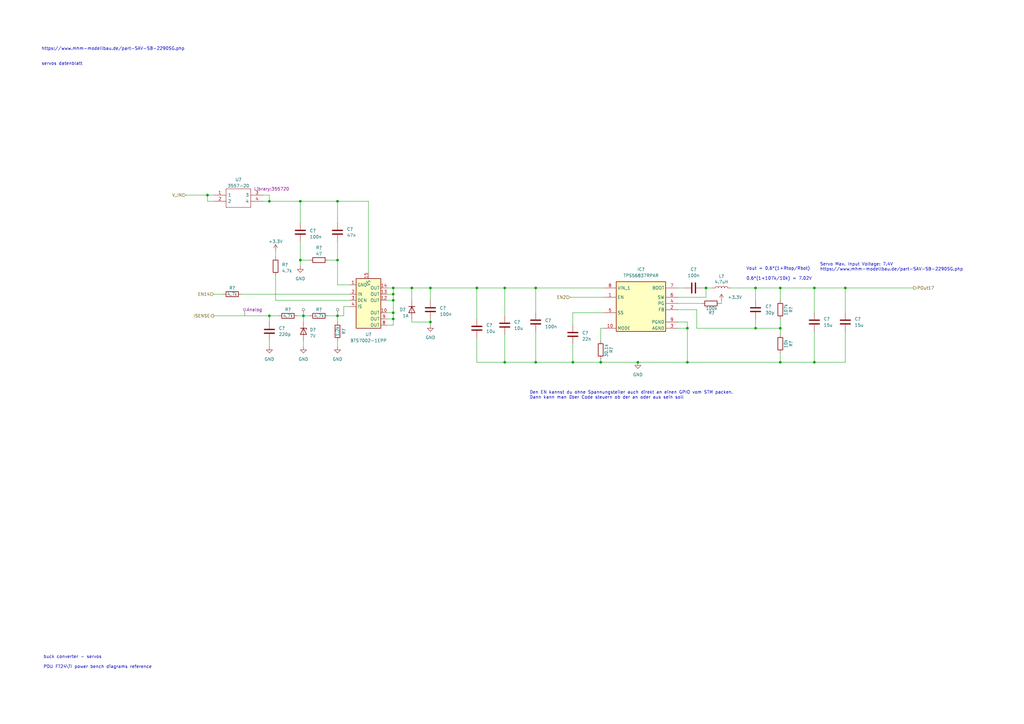
<source format=kicad_sch>
(kicad_sch
	(version 20231120)
	(generator "eeschema")
	(generator_version "8.0")
	(uuid "651c55ac-47e2-4749-a13d-945712a6f449")
	(paper "A3")
	(title_block
		(title "PDU FT24")
		(company "Nived Jayaprakash Nambiar ")
		(comment 1 "FasTTUBe Electronics")
	)
	(lib_symbols
		(symbol "3557-15:3557-15"
			(pin_names
				(offset 0.762)
			)
			(exclude_from_sim no)
			(in_bom yes)
			(on_board yes)
			(property "Reference" "U43"
				(at 10.16 6.35 0)
				(effects
					(font
						(size 1.27 1.27)
					)
				)
			)
			(property "Value" "3557-20"
				(at 10.16 3.81 0)
				(effects
					(font
						(size 1.27 1.27)
					)
				)
			)
			(property "Footprint" "Library:355720"
				(at 16.51 2.54 0)
				(effects
					(font
						(size 1.27 1.27)
					)
					(justify left)
				)
			)
			(property "Datasheet" "https://componentsearchengine.com/Datasheets/1/3557-15.pdf"
				(at 16.51 0 0)
				(effects
					(font
						(size 1.27 1.27)
					)
					(justify left)
					(hide yes)
				)
			)
			(property "Description" "Fuse Holder T/H 2 IN 1 AUTO BLDE HOLDER, BLUE 15A"
				(at 16.51 -2.54 0)
				(effects
					(font
						(size 1.27 1.27)
					)
					(justify left)
					(hide yes)
				)
			)
			(property "Height" "7.37"
				(at 16.51 -5.08 0)
				(effects
					(font
						(size 1.27 1.27)
					)
					(justify left)
					(hide yes)
				)
			)
			(property "heisener Part Number" ""
				(at 16.51 -7.62 0)
				(effects
					(font
						(size 1.27 1.27)
					)
					(justify left)
					(hide yes)
				)
			)
			(property "heisener Price/Stock" ""
				(at 16.51 -10.16 0)
				(effects
					(font
						(size 1.27 1.27)
					)
					(justify left)
					(hide yes)
				)
			)
			(property "Manufacturer_Name" "Keystone Electronics"
				(at 16.51 -12.7 0)
				(effects
					(font
						(size 1.27 1.27)
					)
					(justify left)
					(hide yes)
				)
			)
			(property "Manufacturer_Part_Number" "3557-15"
				(at 16.51 -15.24 0)
				(effects
					(font
						(size 1.27 1.27)
					)
					(justify left)
					(hide yes)
				)
			)
			(symbol "3557-15_0_0"
				(pin passive line
					(at 0 0 0)
					(length 5.08)
					(name "1"
						(effects
							(font
								(size 1.27 1.27)
							)
						)
					)
					(number "1"
						(effects
							(font
								(size 1.27 1.27)
							)
						)
					)
				)
				(pin passive line
					(at 0 -2.54 0)
					(length 5.08)
					(name "2"
						(effects
							(font
								(size 1.27 1.27)
							)
						)
					)
					(number "2"
						(effects
							(font
								(size 1.27 1.27)
							)
						)
					)
				)
				(pin passive line
					(at 20.32 0 180)
					(length 5.08)
					(name "3"
						(effects
							(font
								(size 1.27 1.27)
							)
						)
					)
					(number "3"
						(effects
							(font
								(size 1.27 1.27)
							)
						)
					)
				)
				(pin passive line
					(at 20.32 -2.54 180)
					(length 5.08)
					(name "4"
						(effects
							(font
								(size 1.27 1.27)
							)
						)
					)
					(number "4"
						(effects
							(font
								(size 1.27 1.27)
							)
						)
					)
				)
			)
			(symbol "3557-15_0_1"
				(polyline
					(pts
						(xy 5.08 2.54) (xy 15.24 2.54) (xy 15.24 -5.08) (xy 5.08 -5.08) (xy 5.08 2.54)
					)
					(stroke
						(width 0.1524)
						(type solid)
					)
					(fill
						(type none)
					)
				)
			)
		)
		(symbol "Device:C"
			(pin_numbers hide)
			(pin_names
				(offset 0.254)
			)
			(exclude_from_sim no)
			(in_bom yes)
			(on_board yes)
			(property "Reference" "C"
				(at 0.635 2.54 0)
				(effects
					(font
						(size 1.27 1.27)
					)
					(justify left)
				)
			)
			(property "Value" "C"
				(at 0.635 -2.54 0)
				(effects
					(font
						(size 1.27 1.27)
					)
					(justify left)
				)
			)
			(property "Footprint" ""
				(at 0.9652 -3.81 0)
				(effects
					(font
						(size 1.27 1.27)
					)
					(hide yes)
				)
			)
			(property "Datasheet" "~"
				(at 0 0 0)
				(effects
					(font
						(size 1.27 1.27)
					)
					(hide yes)
				)
			)
			(property "Description" "Unpolarized capacitor"
				(at 0 0 0)
				(effects
					(font
						(size 1.27 1.27)
					)
					(hide yes)
				)
			)
			(property "ki_keywords" "cap capacitor"
				(at 0 0 0)
				(effects
					(font
						(size 1.27 1.27)
					)
					(hide yes)
				)
			)
			(property "ki_fp_filters" "C_*"
				(at 0 0 0)
				(effects
					(font
						(size 1.27 1.27)
					)
					(hide yes)
				)
			)
			(symbol "C_0_1"
				(polyline
					(pts
						(xy -2.032 -0.762) (xy 2.032 -0.762)
					)
					(stroke
						(width 0.508)
						(type default)
					)
					(fill
						(type none)
					)
				)
				(polyline
					(pts
						(xy -2.032 0.762) (xy 2.032 0.762)
					)
					(stroke
						(width 0.508)
						(type default)
					)
					(fill
						(type none)
					)
				)
			)
			(symbol "C_1_1"
				(pin passive line
					(at 0 3.81 270)
					(length 2.794)
					(name "~"
						(effects
							(font
								(size 1.27 1.27)
							)
						)
					)
					(number "1"
						(effects
							(font
								(size 1.27 1.27)
							)
						)
					)
				)
				(pin passive line
					(at 0 -3.81 90)
					(length 2.794)
					(name "~"
						(effects
							(font
								(size 1.27 1.27)
							)
						)
					)
					(number "2"
						(effects
							(font
								(size 1.27 1.27)
							)
						)
					)
				)
			)
		)
		(symbol "Device:D"
			(pin_numbers hide)
			(pin_names
				(offset 1.016) hide)
			(exclude_from_sim no)
			(in_bom yes)
			(on_board yes)
			(property "Reference" "D"
				(at 0 2.54 0)
				(effects
					(font
						(size 1.27 1.27)
					)
				)
			)
			(property "Value" "D"
				(at 0 -2.54 0)
				(effects
					(font
						(size 1.27 1.27)
					)
				)
			)
			(property "Footprint" ""
				(at 0 0 0)
				(effects
					(font
						(size 1.27 1.27)
					)
					(hide yes)
				)
			)
			(property "Datasheet" "~"
				(at 0 0 0)
				(effects
					(font
						(size 1.27 1.27)
					)
					(hide yes)
				)
			)
			(property "Description" "Diode"
				(at 0 0 0)
				(effects
					(font
						(size 1.27 1.27)
					)
					(hide yes)
				)
			)
			(property "Sim.Device" "D"
				(at 0 0 0)
				(effects
					(font
						(size 1.27 1.27)
					)
					(hide yes)
				)
			)
			(property "Sim.Pins" "1=K 2=A"
				(at 0 0 0)
				(effects
					(font
						(size 1.27 1.27)
					)
					(hide yes)
				)
			)
			(property "ki_keywords" "diode"
				(at 0 0 0)
				(effects
					(font
						(size 1.27 1.27)
					)
					(hide yes)
				)
			)
			(property "ki_fp_filters" "TO-???* *_Diode_* *SingleDiode* D_*"
				(at 0 0 0)
				(effects
					(font
						(size 1.27 1.27)
					)
					(hide yes)
				)
			)
			(symbol "D_0_1"
				(polyline
					(pts
						(xy -1.27 1.27) (xy -1.27 -1.27)
					)
					(stroke
						(width 0.254)
						(type default)
					)
					(fill
						(type none)
					)
				)
				(polyline
					(pts
						(xy 1.27 0) (xy -1.27 0)
					)
					(stroke
						(width 0)
						(type default)
					)
					(fill
						(type none)
					)
				)
				(polyline
					(pts
						(xy 1.27 1.27) (xy 1.27 -1.27) (xy -1.27 0) (xy 1.27 1.27)
					)
					(stroke
						(width 0.254)
						(type default)
					)
					(fill
						(type none)
					)
				)
			)
			(symbol "D_1_1"
				(pin passive line
					(at -3.81 0 0)
					(length 2.54)
					(name "K"
						(effects
							(font
								(size 1.27 1.27)
							)
						)
					)
					(number "1"
						(effects
							(font
								(size 1.27 1.27)
							)
						)
					)
				)
				(pin passive line
					(at 3.81 0 180)
					(length 2.54)
					(name "A"
						(effects
							(font
								(size 1.27 1.27)
							)
						)
					)
					(number "2"
						(effects
							(font
								(size 1.27 1.27)
							)
						)
					)
				)
			)
		)
		(symbol "Device:D_Zener"
			(pin_numbers hide)
			(pin_names
				(offset 1.016) hide)
			(exclude_from_sim no)
			(in_bom yes)
			(on_board yes)
			(property "Reference" "D"
				(at 0 2.54 0)
				(effects
					(font
						(size 1.27 1.27)
					)
				)
			)
			(property "Value" "D_Zener"
				(at 0 -2.54 0)
				(effects
					(font
						(size 1.27 1.27)
					)
				)
			)
			(property "Footprint" ""
				(at 0 0 0)
				(effects
					(font
						(size 1.27 1.27)
					)
					(hide yes)
				)
			)
			(property "Datasheet" "~"
				(at 0 0 0)
				(effects
					(font
						(size 1.27 1.27)
					)
					(hide yes)
				)
			)
			(property "Description" "Zener diode"
				(at 0 0 0)
				(effects
					(font
						(size 1.27 1.27)
					)
					(hide yes)
				)
			)
			(property "ki_keywords" "diode"
				(at 0 0 0)
				(effects
					(font
						(size 1.27 1.27)
					)
					(hide yes)
				)
			)
			(property "ki_fp_filters" "TO-???* *_Diode_* *SingleDiode* D_*"
				(at 0 0 0)
				(effects
					(font
						(size 1.27 1.27)
					)
					(hide yes)
				)
			)
			(symbol "D_Zener_0_1"
				(polyline
					(pts
						(xy 1.27 0) (xy -1.27 0)
					)
					(stroke
						(width 0)
						(type default)
					)
					(fill
						(type none)
					)
				)
				(polyline
					(pts
						(xy -1.27 -1.27) (xy -1.27 1.27) (xy -0.762 1.27)
					)
					(stroke
						(width 0.254)
						(type default)
					)
					(fill
						(type none)
					)
				)
				(polyline
					(pts
						(xy 1.27 -1.27) (xy 1.27 1.27) (xy -1.27 0) (xy 1.27 -1.27)
					)
					(stroke
						(width 0.254)
						(type default)
					)
					(fill
						(type none)
					)
				)
			)
			(symbol "D_Zener_1_1"
				(pin passive line
					(at -3.81 0 0)
					(length 2.54)
					(name "K"
						(effects
							(font
								(size 1.27 1.27)
							)
						)
					)
					(number "1"
						(effects
							(font
								(size 1.27 1.27)
							)
						)
					)
				)
				(pin passive line
					(at 3.81 0 180)
					(length 2.54)
					(name "A"
						(effects
							(font
								(size 1.27 1.27)
							)
						)
					)
					(number "2"
						(effects
							(font
								(size 1.27 1.27)
							)
						)
					)
				)
			)
		)
		(symbol "Device:L"
			(pin_numbers hide)
			(pin_names
				(offset 1.016) hide)
			(exclude_from_sim no)
			(in_bom yes)
			(on_board yes)
			(property "Reference" "L"
				(at -1.27 0 90)
				(effects
					(font
						(size 1.27 1.27)
					)
				)
			)
			(property "Value" "L"
				(at 1.905 0 90)
				(effects
					(font
						(size 1.27 1.27)
					)
				)
			)
			(property "Footprint" ""
				(at 0 0 0)
				(effects
					(font
						(size 1.27 1.27)
					)
					(hide yes)
				)
			)
			(property "Datasheet" "~"
				(at 0 0 0)
				(effects
					(font
						(size 1.27 1.27)
					)
					(hide yes)
				)
			)
			(property "Description" "Inductor"
				(at 0 0 0)
				(effects
					(font
						(size 1.27 1.27)
					)
					(hide yes)
				)
			)
			(property "ki_keywords" "inductor choke coil reactor magnetic"
				(at 0 0 0)
				(effects
					(font
						(size 1.27 1.27)
					)
					(hide yes)
				)
			)
			(property "ki_fp_filters" "Choke_* *Coil* Inductor_* L_*"
				(at 0 0 0)
				(effects
					(font
						(size 1.27 1.27)
					)
					(hide yes)
				)
			)
			(symbol "L_0_1"
				(arc
					(start 0 -2.54)
					(mid 0.6323 -1.905)
					(end 0 -1.27)
					(stroke
						(width 0)
						(type default)
					)
					(fill
						(type none)
					)
				)
				(arc
					(start 0 -1.27)
					(mid 0.6323 -0.635)
					(end 0 0)
					(stroke
						(width 0)
						(type default)
					)
					(fill
						(type none)
					)
				)
				(arc
					(start 0 0)
					(mid 0.6323 0.635)
					(end 0 1.27)
					(stroke
						(width 0)
						(type default)
					)
					(fill
						(type none)
					)
				)
				(arc
					(start 0 1.27)
					(mid 0.6323 1.905)
					(end 0 2.54)
					(stroke
						(width 0)
						(type default)
					)
					(fill
						(type none)
					)
				)
			)
			(symbol "L_1_1"
				(pin passive line
					(at 0 3.81 270)
					(length 1.27)
					(name "1"
						(effects
							(font
								(size 1.27 1.27)
							)
						)
					)
					(number "1"
						(effects
							(font
								(size 1.27 1.27)
							)
						)
					)
				)
				(pin passive line
					(at 0 -3.81 90)
					(length 1.27)
					(name "2"
						(effects
							(font
								(size 1.27 1.27)
							)
						)
					)
					(number "2"
						(effects
							(font
								(size 1.27 1.27)
							)
						)
					)
				)
			)
		)
		(symbol "Device:R"
			(pin_numbers hide)
			(pin_names
				(offset 0)
			)
			(exclude_from_sim no)
			(in_bom yes)
			(on_board yes)
			(property "Reference" "R"
				(at 2.032 0 90)
				(effects
					(font
						(size 1.27 1.27)
					)
				)
			)
			(property "Value" "R"
				(at 0 0 90)
				(effects
					(font
						(size 1.27 1.27)
					)
				)
			)
			(property "Footprint" ""
				(at -1.778 0 90)
				(effects
					(font
						(size 1.27 1.27)
					)
					(hide yes)
				)
			)
			(property "Datasheet" "~"
				(at 0 0 0)
				(effects
					(font
						(size 1.27 1.27)
					)
					(hide yes)
				)
			)
			(property "Description" "Resistor"
				(at 0 0 0)
				(effects
					(font
						(size 1.27 1.27)
					)
					(hide yes)
				)
			)
			(property "ki_keywords" "R res resistor"
				(at 0 0 0)
				(effects
					(font
						(size 1.27 1.27)
					)
					(hide yes)
				)
			)
			(property "ki_fp_filters" "R_*"
				(at 0 0 0)
				(effects
					(font
						(size 1.27 1.27)
					)
					(hide yes)
				)
			)
			(symbol "R_0_1"
				(rectangle
					(start -1.016 -2.54)
					(end 1.016 2.54)
					(stroke
						(width 0.254)
						(type default)
					)
					(fill
						(type none)
					)
				)
			)
			(symbol "R_1_1"
				(pin passive line
					(at 0 3.81 270)
					(length 1.27)
					(name "~"
						(effects
							(font
								(size 1.27 1.27)
							)
						)
					)
					(number "1"
						(effects
							(font
								(size 1.27 1.27)
							)
						)
					)
				)
				(pin passive line
					(at 0 -3.81 90)
					(length 1.27)
					(name "~"
						(effects
							(font
								(size 1.27 1.27)
							)
						)
					)
					(number "2"
						(effects
							(font
								(size 1.27 1.27)
							)
						)
					)
				)
			)
		)
		(symbol "PROFET:BTS7002-1EPP"
			(exclude_from_sim no)
			(in_bom yes)
			(on_board yes)
			(property "Reference" "U44"
				(at 0 -17.78 0)
				(effects
					(font
						(size 1.27 1.27)
					)
				)
			)
			(property "Value" "BTS7002-1EPP"
				(at 0 -20.32 0)
				(effects
					(font
						(size 1.27 1.27)
					)
				)
			)
			(property "Footprint" "Package_SO:Infineon_PG-TSDSO-14-22"
				(at -25.4 -16.51 0)
				(effects
					(font
						(size 1.27 1.27)
					)
					(hide yes)
				)
			)
			(property "Datasheet" "https://www.infineon.com/dgdl/Infineon-BTS7002-1EPP-DataSheet-v01_10-EN.pdf?fileId=5546d46278d64ffd0178d95f93655dc0"
				(at -1.27 -19.05 0)
				(effects
					(font
						(size 1.27 1.27)
					)
					(hide yes)
				)
			)
			(property "Description" "Smart High-Side Power Switch, PROFET, One Channel, 12V, 21A, Rds(on) 2.6mΩ, PG-TSDSO-14-22"
				(at 0 0 0)
				(effects
					(font
						(size 1.27 1.27)
					)
					(hide yes)
				)
			)
			(property "ki_keywords" "BTS7004"
				(at 0 0 0)
				(effects
					(font
						(size 1.27 1.27)
					)
					(hide yes)
				)
			)
			(property "ki_fp_filters" "Infineon*TSDSO*22*"
				(at 0 0 0)
				(effects
					(font
						(size 1.27 1.27)
					)
					(hide yes)
				)
			)
			(symbol "BTS7002-1EPP_0_1"
				(rectangle
					(start -5.08 5.08)
					(end 5.08 -15.24)
					(stroke
						(width 0.254)
						(type default)
					)
					(fill
						(type background)
					)
				)
			)
			(symbol "BTS7002-1EPP_1_1"
				(pin power_out line
					(at -7.62 2.54 0)
					(length 2.54)
					(name "GND"
						(effects
							(font
								(size 1.27 1.27)
							)
						)
					)
					(number "1"
						(effects
							(font
								(size 1.27 1.27)
							)
						)
					)
				)
				(pin passive line
					(at 7.62 -8.89 180)
					(length 2.54)
					(name "OUT"
						(effects
							(font
								(size 1.27 1.27)
							)
						)
					)
					(number "10"
						(effects
							(font
								(size 1.27 1.27)
							)
						)
					)
				)
				(pin no_connect line
					(at 7.62 -6.35 180)
					(length 2.54) hide
					(name "NC"
						(effects
							(font
								(size 1.27 1.27)
							)
						)
					)
					(number "11"
						(effects
							(font
								(size 1.27 1.27)
							)
						)
					)
				)
				(pin passive line
					(at 7.62 -3.81 180)
					(length 2.54)
					(name "OUT"
						(effects
							(font
								(size 1.27 1.27)
							)
						)
					)
					(number "12"
						(effects
							(font
								(size 1.27 1.27)
							)
						)
					)
				)
				(pin passive line
					(at 7.62 -1.27 180)
					(length 2.54)
					(name "OUT"
						(effects
							(font
								(size 1.27 1.27)
							)
						)
					)
					(number "13"
						(effects
							(font
								(size 1.27 1.27)
							)
						)
					)
				)
				(pin power_out line
					(at 7.62 1.27 180)
					(length 2.54)
					(name "OUT"
						(effects
							(font
								(size 1.27 1.27)
							)
						)
					)
					(number "14"
						(effects
							(font
								(size 1.27 1.27)
							)
						)
					)
				)
				(pin input line
					(at 0 7.62 270)
					(length 2.54)
					(name "VS"
						(effects
							(font
								(size 1.27 1.27)
							)
						)
					)
					(number "15"
						(effects
							(font
								(size 1.27 1.27)
							)
						)
					)
				)
				(pin input line
					(at -7.62 -1.27 0)
					(length 2.54)
					(name "IN"
						(effects
							(font
								(size 1.27 1.27)
							)
						)
					)
					(number "2"
						(effects
							(font
								(size 1.27 1.27)
							)
						)
					)
				)
				(pin input line
					(at -7.62 -3.81 0)
					(length 2.54)
					(name "DEN"
						(effects
							(font
								(size 1.27 1.27)
							)
						)
					)
					(number "3"
						(effects
							(font
								(size 1.27 1.27)
							)
						)
					)
				)
				(pin output line
					(at -7.62 -6.35 0)
					(length 2.54)
					(name "IS"
						(effects
							(font
								(size 1.27 1.27)
							)
						)
					)
					(number "4"
						(effects
							(font
								(size 1.27 1.27)
							)
						)
					)
				)
				(pin no_connect line
					(at -7.62 -8.89 0)
					(length 2.54) hide
					(name "NC"
						(effects
							(font
								(size 1.27 1.27)
							)
						)
					)
					(number "5"
						(effects
							(font
								(size 1.27 1.27)
							)
						)
					)
				)
				(pin no_connect line
					(at -7.62 -11.43 0)
					(length 2.54) hide
					(name "NC"
						(effects
							(font
								(size 1.27 1.27)
							)
						)
					)
					(number "6"
						(effects
							(font
								(size 1.27 1.27)
							)
						)
					)
				)
				(pin no_connect line
					(at -7.62 -13.97 0)
					(length 2.54) hide
					(name "NC"
						(effects
							(font
								(size 1.27 1.27)
							)
						)
					)
					(number "7"
						(effects
							(font
								(size 1.27 1.27)
							)
						)
					)
				)
				(pin passive line
					(at 7.62 -13.97 180)
					(length 2.54)
					(name "OUT"
						(effects
							(font
								(size 1.27 1.27)
							)
						)
					)
					(number "8"
						(effects
							(font
								(size 1.27 1.27)
							)
						)
					)
				)
				(pin passive line
					(at 7.62 -11.43 180)
					(length 2.54)
					(name "OUT"
						(effects
							(font
								(size 1.27 1.27)
							)
						)
					)
					(number "9"
						(effects
							(font
								(size 1.27 1.27)
							)
						)
					)
				)
			)
		)
		(symbol "TPS56837RPAR:TPS56837RPAR"
			(exclude_from_sim no)
			(in_bom yes)
			(on_board yes)
			(property "Reference" "IC"
				(at 26.67 7.62 0)
				(effects
					(font
						(size 1.27 1.27)
					)
					(justify left top)
				)
			)
			(property "Value" "TPS56837RPAR"
				(at 26.67 5.08 0)
				(effects
					(font
						(size 1.27 1.27)
					)
					(justify left top)
				)
			)
			(property "Footprint" "XTPS56637RPAT"
				(at 26.67 -94.92 0)
				(effects
					(font
						(size 1.27 1.27)
					)
					(justify left top)
					(hide yes)
				)
			)
			(property "Datasheet" "https://www.ti.com/lit/gpn/tps56837"
				(at 26.67 -194.92 0)
				(effects
					(font
						(size 1.27 1.27)
					)
					(justify left top)
					(hide yes)
				)
			)
			(property "Description" "8-A Synchronous Buck Converter"
				(at 0 0 0)
				(effects
					(font
						(size 1.27 1.27)
					)
					(hide yes)
				)
			)
			(property "Height" "1"
				(at 26.67 -394.92 0)
				(effects
					(font
						(size 1.27 1.27)
					)
					(justify left top)
					(hide yes)
				)
			)
			(property "Manufacturer_Name" "Texas Instruments"
				(at 26.67 -494.92 0)
				(effects
					(font
						(size 1.27 1.27)
					)
					(justify left top)
					(hide yes)
				)
			)
			(property "Manufacturer_Part_Number" "TPS56837RPAR"
				(at 26.67 -594.92 0)
				(effects
					(font
						(size 1.27 1.27)
					)
					(justify left top)
					(hide yes)
				)
			)
			(property "Mouser Part Number" ""
				(at 26.67 -694.92 0)
				(effects
					(font
						(size 1.27 1.27)
					)
					(justify left top)
					(hide yes)
				)
			)
			(property "Mouser Price/Stock" ""
				(at 26.67 -794.92 0)
				(effects
					(font
						(size 1.27 1.27)
					)
					(justify left top)
					(hide yes)
				)
			)
			(property "Arrow Part Number" ""
				(at 26.67 -894.92 0)
				(effects
					(font
						(size 1.27 1.27)
					)
					(justify left top)
					(hide yes)
				)
			)
			(property "Arrow Price/Stock" ""
				(at 26.67 -994.92 0)
				(effects
					(font
						(size 1.27 1.27)
					)
					(justify left top)
					(hide yes)
				)
			)
			(symbol "TPS56837RPAR_1_1"
				(rectangle
					(start 5.08 2.54)
					(end 25.4 -17.78)
					(stroke
						(width 0.254)
						(type default)
					)
					(fill
						(type background)
					)
				)
				(pin passive line
					(at 0 -3.81 0)
					(length 5.08)
					(name "EN"
						(effects
							(font
								(size 1.27 1.27)
							)
						)
					)
					(number "1"
						(effects
							(font
								(size 1.27 1.27)
							)
						)
					)
				)
				(pin passive line
					(at 0 -16.51 0)
					(length 5.08)
					(name "MODE"
						(effects
							(font
								(size 1.27 1.27)
							)
						)
					)
					(number "10"
						(effects
							(font
								(size 1.27 1.27)
							)
						)
					)
				)
				(pin passive line
					(at 30.48 -8.89 180)
					(length 5.08)
					(name "FB"
						(effects
							(font
								(size 1.27 1.27)
							)
						)
					)
					(number "2"
						(effects
							(font
								(size 1.27 1.27)
							)
						)
					)
				)
				(pin passive line
					(at 30.48 -16.51 180)
					(length 5.08)
					(name "AGND"
						(effects
							(font
								(size 1.27 1.27)
							)
						)
					)
					(number "3"
						(effects
							(font
								(size 1.27 1.27)
							)
						)
					)
				)
				(pin passive line
					(at 30.48 -6.35 180)
					(length 5.08)
					(name "PG"
						(effects
							(font
								(size 1.27 1.27)
							)
						)
					)
					(number "4"
						(effects
							(font
								(size 1.27 1.27)
							)
						)
					)
				)
				(pin passive line
					(at 0 -10.16 0)
					(length 5.08)
					(name "SS"
						(effects
							(font
								(size 1.27 1.27)
							)
						)
					)
					(number "5"
						(effects
							(font
								(size 1.27 1.27)
							)
						)
					)
				)
				(pin passive line
					(at 30.48 -3.81 180)
					(length 5.08)
					(name "SW"
						(effects
							(font
								(size 1.27 1.27)
							)
						)
					)
					(number "6"
						(effects
							(font
								(size 1.27 1.27)
							)
						)
					)
				)
				(pin passive line
					(at 30.48 0 180)
					(length 5.08)
					(name "BOOT"
						(effects
							(font
								(size 1.27 1.27)
							)
						)
					)
					(number "7"
						(effects
							(font
								(size 1.27 1.27)
							)
						)
					)
				)
				(pin passive line
					(at 0 0 0)
					(length 5.08)
					(name "VIN_1"
						(effects
							(font
								(size 1.27 1.27)
							)
						)
					)
					(number "8"
						(effects
							(font
								(size 1.27 1.27)
							)
						)
					)
				)
				(pin passive line
					(at 30.48 -13.97 180)
					(length 5.08)
					(name "PGND"
						(effects
							(font
								(size 1.27 1.27)
							)
						)
					)
					(number "9"
						(effects
							(font
								(size 1.27 1.27)
							)
						)
					)
				)
			)
		)
		(symbol "power:+3.3V"
			(power)
			(pin_names
				(offset 0)
			)
			(exclude_from_sim no)
			(in_bom yes)
			(on_board yes)
			(property "Reference" "#PWR"
				(at 0 -3.81 0)
				(effects
					(font
						(size 1.27 1.27)
					)
					(hide yes)
				)
			)
			(property "Value" "+3.3V"
				(at 0 3.556 0)
				(effects
					(font
						(size 1.27 1.27)
					)
				)
			)
			(property "Footprint" ""
				(at 0 0 0)
				(effects
					(font
						(size 1.27 1.27)
					)
					(hide yes)
				)
			)
			(property "Datasheet" ""
				(at 0 0 0)
				(effects
					(font
						(size 1.27 1.27)
					)
					(hide yes)
				)
			)
			(property "Description" "Power symbol creates a global label with name \"+3.3V\""
				(at 0 0 0)
				(effects
					(font
						(size 1.27 1.27)
					)
					(hide yes)
				)
			)
			(property "ki_keywords" "global power"
				(at 0 0 0)
				(effects
					(font
						(size 1.27 1.27)
					)
					(hide yes)
				)
			)
			(symbol "+3.3V_0_1"
				(polyline
					(pts
						(xy -0.762 1.27) (xy 0 2.54)
					)
					(stroke
						(width 0)
						(type default)
					)
					(fill
						(type none)
					)
				)
				(polyline
					(pts
						(xy 0 0) (xy 0 2.54)
					)
					(stroke
						(width 0)
						(type default)
					)
					(fill
						(type none)
					)
				)
				(polyline
					(pts
						(xy 0 2.54) (xy 0.762 1.27)
					)
					(stroke
						(width 0)
						(type default)
					)
					(fill
						(type none)
					)
				)
			)
			(symbol "+3.3V_1_1"
				(pin power_in line
					(at 0 0 90)
					(length 0) hide
					(name "+3.3V"
						(effects
							(font
								(size 1.27 1.27)
							)
						)
					)
					(number "1"
						(effects
							(font
								(size 1.27 1.27)
							)
						)
					)
				)
			)
		)
		(symbol "power:GND"
			(power)
			(pin_names
				(offset 0)
			)
			(exclude_from_sim no)
			(in_bom yes)
			(on_board yes)
			(property "Reference" "#PWR"
				(at 0 -6.35 0)
				(effects
					(font
						(size 1.27 1.27)
					)
					(hide yes)
				)
			)
			(property "Value" "GND"
				(at 0 -3.81 0)
				(effects
					(font
						(size 1.27 1.27)
					)
				)
			)
			(property "Footprint" ""
				(at 0 0 0)
				(effects
					(font
						(size 1.27 1.27)
					)
					(hide yes)
				)
			)
			(property "Datasheet" ""
				(at 0 0 0)
				(effects
					(font
						(size 1.27 1.27)
					)
					(hide yes)
				)
			)
			(property "Description" "Power symbol creates a global label with name \"GND\" , ground"
				(at 0 0 0)
				(effects
					(font
						(size 1.27 1.27)
					)
					(hide yes)
				)
			)
			(property "ki_keywords" "global power"
				(at 0 0 0)
				(effects
					(font
						(size 1.27 1.27)
					)
					(hide yes)
				)
			)
			(symbol "GND_0_1"
				(polyline
					(pts
						(xy 0 0) (xy 0 -1.27) (xy 1.27 -1.27) (xy 0 -2.54) (xy -1.27 -1.27) (xy 0 -1.27)
					)
					(stroke
						(width 0)
						(type default)
					)
					(fill
						(type none)
					)
				)
			)
			(symbol "GND_1_1"
				(pin power_in line
					(at 0 0 270)
					(length 0) hide
					(name "GND"
						(effects
							(font
								(size 1.27 1.27)
							)
						)
					)
					(number "1"
						(effects
							(font
								(size 1.27 1.27)
							)
						)
					)
				)
			)
		)
	)
	(junction
		(at 176.53 132.08)
		(diameter 0)
		(color 0 0 0 0)
		(uuid "052b0d03-a562-4688-b1dc-f9cbfab2905b")
	)
	(junction
		(at 123.19 82.55)
		(diameter 0)
		(color 0 0 0 0)
		(uuid "05e0cdf3-9dc3-45f6-b8c8-e2a765e46afd")
	)
	(junction
		(at 110.49 129.54)
		(diameter 0)
		(color 0 0 0 0)
		(uuid "05f8a7d6-37c4-441f-aed4-c074617e428f")
	)
	(junction
		(at 246.38 148.59)
		(diameter 0)
		(color 0 0 0 0)
		(uuid "07a8b4c7-6787-42a9-9f5a-657f0b51bf58")
	)
	(junction
		(at 281.94 148.59)
		(diameter 0)
		(color 0 0 0 0)
		(uuid "0ab4afab-b3ef-4274-9b6b-8137e040ed44")
	)
	(junction
		(at 161.29 118.11)
		(diameter 0)
		(color 0 0 0 0)
		(uuid "111c9fca-d0d4-44a5-b512-4d1fe2d98506")
	)
	(junction
		(at 176.53 118.11)
		(diameter 0)
		(color 0 0 0 0)
		(uuid "236c4ff6-b448-464d-958f-6e4e7837da42")
	)
	(junction
		(at 195.58 118.11)
		(diameter 0)
		(color 0 0 0 0)
		(uuid "35771823-9225-4753-aa4c-90b854a7657a")
	)
	(junction
		(at 138.43 82.55)
		(diameter 0)
		(color 0 0 0 0)
		(uuid "3a6934e4-650a-477b-80e1-ac4edd8e6f85")
	)
	(junction
		(at 289.56 118.11)
		(diameter 0)
		(color 0 0 0 0)
		(uuid "3cacf0b4-2def-4a87-b9e4-e2205ae23178")
	)
	(junction
		(at 138.43 129.54)
		(diameter 0)
		(color 0 0 0 0)
		(uuid "3d1e0189-d5f8-4f54-8468-9456fb064c50")
	)
	(junction
		(at 85.09 80.01)
		(diameter 0)
		(color 0 0 0 0)
		(uuid "3d40c95d-9d38-4d82-b8ec-7fd3ecb591cb")
	)
	(junction
		(at 110.49 82.55)
		(diameter 0)
		(color 0 0 0 0)
		(uuid "3fc5ac97-32b8-4206-9150-4444b01a8694")
	)
	(junction
		(at 309.88 134.62)
		(diameter 0)
		(color 0 0 0 0)
		(uuid "4921fdd8-a536-4192-a135-8944c62f1cd7")
	)
	(junction
		(at 320.04 148.59)
		(diameter 0)
		(color 0 0 0 0)
		(uuid "4a2d65e5-9dce-4964-8ad8-8883c0ab6792")
	)
	(junction
		(at 168.91 118.11)
		(diameter 0)
		(color 0 0 0 0)
		(uuid "4f52b759-f118-470c-a960-376754ad58a1")
	)
	(junction
		(at 207.01 118.11)
		(diameter 0)
		(color 0 0 0 0)
		(uuid "574cbd35-916e-4dfd-ab4d-270ba3a651aa")
	)
	(junction
		(at 346.71 118.11)
		(diameter 0)
		(color 0 0 0 0)
		(uuid "57b2a7a4-90a3-4d06-8969-32d072a569e5")
	)
	(junction
		(at 334.01 118.11)
		(diameter 0)
		(color 0 0 0 0)
		(uuid "6ad749be-6b99-4a44-b82a-8597a2c666a0")
	)
	(junction
		(at 161.29 130.81)
		(diameter 0)
		(color 0 0 0 0)
		(uuid "7d041853-8184-47a6-8ff2-819d7e645591")
	)
	(junction
		(at 320.04 134.62)
		(diameter 0)
		(color 0 0 0 0)
		(uuid "8e0d4e1c-69fd-47ea-9508-287dd88b1c64")
	)
	(junction
		(at 138.43 106.68)
		(diameter 0)
		(color 0 0 0 0)
		(uuid "90378781-c63b-4143-a25e-c59ffd603f7c")
	)
	(junction
		(at 207.01 148.59)
		(diameter 0)
		(color 0 0 0 0)
		(uuid "97e19b19-335b-4f24-bdd3-4d9a3feb8e87")
	)
	(junction
		(at 281.94 134.62)
		(diameter 0)
		(color 0 0 0 0)
		(uuid "99ad2b80-a003-443e-ad35-19f9ed95e827")
	)
	(junction
		(at 123.19 106.68)
		(diameter 0)
		(color 0 0 0 0)
		(uuid "9b576e60-ff8b-47d5-aa75-727bac91b970")
	)
	(junction
		(at 161.29 128.27)
		(diameter 0)
		(color 0 0 0 0)
		(uuid "9d84eac8-f74f-4d20-8c76-f1b39ab5f916")
	)
	(junction
		(at 161.29 123.19)
		(diameter 0)
		(color 0 0 0 0)
		(uuid "a8ce73b0-0d59-4a1d-9efb-d56178fd2bbe")
	)
	(junction
		(at 124.46 129.54)
		(diameter 0)
		(color 0 0 0 0)
		(uuid "aeb7f462-8e6f-41e2-bc61-2294024c9718")
	)
	(junction
		(at 261.62 148.59)
		(diameter 0)
		(color 0 0 0 0)
		(uuid "b3a35cb6-0133-430c-8d8e-9f1f3204b08b")
	)
	(junction
		(at 309.88 118.11)
		(diameter 0)
		(color 0 0 0 0)
		(uuid "c7ba65d7-0c1b-4533-9a8c-8b8a6e08f784")
	)
	(junction
		(at 161.29 120.65)
		(diameter 0)
		(color 0 0 0 0)
		(uuid "cd107a78-1c2b-4b0b-b199-5297f67b69f4")
	)
	(junction
		(at 219.71 118.11)
		(diameter 0)
		(color 0 0 0 0)
		(uuid "d147a57e-867e-4bc4-940a-e8e3f9617252")
	)
	(junction
		(at 234.95 148.59)
		(diameter 0)
		(color 0 0 0 0)
		(uuid "db32b5ba-d6e2-4ada-a36f-48390c1a4ba0")
	)
	(junction
		(at 320.04 118.11)
		(diameter 0)
		(color 0 0 0 0)
		(uuid "dd0b5172-7385-4821-997b-53381e680208")
	)
	(junction
		(at 219.71 148.59)
		(diameter 0)
		(color 0 0 0 0)
		(uuid "de258e73-930d-4f13-9122-f0998fca0777")
	)
	(junction
		(at 334.01 148.59)
		(diameter 0)
		(color 0 0 0 0)
		(uuid "f4d9d051-84af-4948-9c90-31b7189f82cb")
	)
	(wire
		(pts
			(xy 288.29 118.11) (xy 289.56 118.11)
		)
		(stroke
			(width 0)
			(type default)
		)
		(uuid "03c81420-2beb-4fbc-a13b-4beb902b9d95")
	)
	(wire
		(pts
			(xy 281.94 134.62) (xy 281.94 148.59)
		)
		(stroke
			(width 0)
			(type default)
		)
		(uuid "0443e155-69c9-4b8d-b624-50cb1eabf484")
	)
	(wire
		(pts
			(xy 334.01 118.11) (xy 334.01 128.27)
		)
		(stroke
			(width 0)
			(type default)
		)
		(uuid "05a2d405-f8d6-4f0c-8b7e-1636a63749b4")
	)
	(wire
		(pts
			(xy 207.01 137.16) (xy 207.01 148.59)
		)
		(stroke
			(width 0)
			(type default)
		)
		(uuid "06669965-54b1-4040-a53e-d0d2ef2eb9f5")
	)
	(wire
		(pts
			(xy 123.19 106.68) (xy 123.19 109.22)
		)
		(stroke
			(width 0)
			(type default)
		)
		(uuid "0878e4d2-a76b-48d2-a4c5-d948eea77c25")
	)
	(wire
		(pts
			(xy 158.75 130.81) (xy 161.29 130.81)
		)
		(stroke
			(width 0)
			(type default)
		)
		(uuid "0b5ec64e-a6f1-4f46-a9ad-c4c10bbead28")
	)
	(wire
		(pts
			(xy 346.71 135.89) (xy 346.71 148.59)
		)
		(stroke
			(width 0)
			(type default)
		)
		(uuid "0ff42a16-931b-4ba9-b49e-cf51dedeec4d")
	)
	(wire
		(pts
			(xy 278.13 132.08) (xy 281.94 132.08)
		)
		(stroke
			(width 0)
			(type default)
		)
		(uuid "1022e066-5c75-42f4-9794-9b84ee10b991")
	)
	(wire
		(pts
			(xy 278.13 121.92) (xy 289.56 121.92)
		)
		(stroke
			(width 0)
			(type default)
		)
		(uuid "16fb67ff-0f98-429b-91cd-b19d2763b4ce")
	)
	(wire
		(pts
			(xy 320.04 148.59) (xy 334.01 148.59)
		)
		(stroke
			(width 0)
			(type default)
		)
		(uuid "18d17264-105c-45b7-a389-8b9592301db0")
	)
	(wire
		(pts
			(xy 195.58 138.43) (xy 195.58 148.59)
		)
		(stroke
			(width 0)
			(type default)
		)
		(uuid "1e37b18e-203d-4c06-8a49-46cf2b201389")
	)
	(wire
		(pts
			(xy 320.04 134.62) (xy 320.04 137.16)
		)
		(stroke
			(width 0)
			(type default)
		)
		(uuid "1e8bf4c2-e292-496c-95ff-5eae4c2c5eae")
	)
	(wire
		(pts
			(xy 285.75 134.62) (xy 309.88 134.62)
		)
		(stroke
			(width 0)
			(type default)
		)
		(uuid "1ea93194-b478-40e5-812c-d0c4a27c5651")
	)
	(wire
		(pts
			(xy 168.91 132.08) (xy 176.53 132.08)
		)
		(stroke
			(width 0)
			(type default)
		)
		(uuid "1fe149b9-f476-4c52-8008-3f4d005beea0")
	)
	(wire
		(pts
			(xy 110.49 82.55) (xy 123.19 82.55)
		)
		(stroke
			(width 0)
			(type default)
		)
		(uuid "25271a41-f4db-4db3-97be-7869e5e787bd")
	)
	(wire
		(pts
			(xy 219.71 135.89) (xy 219.71 148.59)
		)
		(stroke
			(width 0)
			(type default)
		)
		(uuid "277a41d5-0449-4949-8c3e-3f3b4eeb1d95")
	)
	(wire
		(pts
			(xy 309.88 130.81) (xy 309.88 134.62)
		)
		(stroke
			(width 0)
			(type default)
		)
		(uuid "279231d1-7b0f-42b0-be25-23a1520ca555")
	)
	(wire
		(pts
			(xy 320.04 118.11) (xy 320.04 123.19)
		)
		(stroke
			(width 0)
			(type default)
		)
		(uuid "2816e194-93d0-4e75-9c98-2c824e9812e8")
	)
	(wire
		(pts
			(xy 123.19 106.68) (xy 123.19 99.06)
		)
		(stroke
			(width 0)
			(type default)
		)
		(uuid "2d86038f-5f23-4df0-93f3-d198f5e10680")
	)
	(wire
		(pts
			(xy 309.88 118.11) (xy 309.88 123.19)
		)
		(stroke
			(width 0)
			(type default)
		)
		(uuid "2e56c1a5-e1e9-4e8a-bd09-dc9bb8e1b1e7")
	)
	(wire
		(pts
			(xy 278.13 127) (xy 285.75 127)
		)
		(stroke
			(width 0)
			(type default)
		)
		(uuid "2ee1c5e9-ab18-4d2e-89c2-3c237b88901b")
	)
	(wire
		(pts
			(xy 195.58 118.11) (xy 207.01 118.11)
		)
		(stroke
			(width 0)
			(type default)
		)
		(uuid "308be5ea-d9e1-4e22-9ce8-dbf685337b18")
	)
	(wire
		(pts
			(xy 195.58 130.81) (xy 195.58 118.11)
		)
		(stroke
			(width 0)
			(type default)
		)
		(uuid "3440b542-ea14-47b0-9092-db1dec542b0d")
	)
	(wire
		(pts
			(xy 85.09 80.01) (xy 87.63 80.01)
		)
		(stroke
			(width 0)
			(type default)
		)
		(uuid "35d57351-78f0-4aee-8610-45a69fef5f1b")
	)
	(wire
		(pts
			(xy 138.43 129.54) (xy 134.62 129.54)
		)
		(stroke
			(width 0)
			(type default)
		)
		(uuid "36a5fced-7ed5-4982-9ad8-85a7f5e76e8a")
	)
	(wire
		(pts
			(xy 161.29 123.19) (xy 161.29 120.65)
		)
		(stroke
			(width 0)
			(type default)
		)
		(uuid "3c22eb2c-e63c-4f90-8dee-9dfd0eecbd65")
	)
	(wire
		(pts
			(xy 176.53 118.11) (xy 195.58 118.11)
		)
		(stroke
			(width 0)
			(type default)
		)
		(uuid "3ffd036b-3997-40c8-a331-e7701824a989")
	)
	(wire
		(pts
			(xy 127 106.68) (xy 123.19 106.68)
		)
		(stroke
			(width 0)
			(type default)
		)
		(uuid "4491a663-e928-4e80-b6c9-09a8e3a5cdd1")
	)
	(wire
		(pts
			(xy 195.58 148.59) (xy 207.01 148.59)
		)
		(stroke
			(width 0)
			(type default)
		)
		(uuid "44b52c5a-a378-4ecf-9ae1-276f3c86021b")
	)
	(wire
		(pts
			(xy 295.91 124.46) (xy 295.402 124.46)
		)
		(stroke
			(width 0)
			(type default)
		)
		(uuid "470f10b0-d721-4944-a740-72ff72fb742e")
	)
	(wire
		(pts
			(xy 295.91 124.46) (xy 295.91 123.19)
		)
		(stroke
			(width 0)
			(type default)
		)
		(uuid "4cb9dc44-e8b6-4de0-a316-30bd13a2852f")
	)
	(wire
		(pts
			(xy 234.95 148.59) (xy 246.38 148.59)
		)
		(stroke
			(width 0)
			(type default)
		)
		(uuid "4d18b10c-08b2-4068-8db6-e03006f6e43a")
	)
	(wire
		(pts
			(xy 143.51 116.84) (xy 138.43 116.84)
		)
		(stroke
			(width 0)
			(type default)
		)
		(uuid "4e3b4cc9-7fa7-4bb0-a345-eb7eb4c736fb")
	)
	(wire
		(pts
			(xy 123.19 82.55) (xy 123.19 91.44)
		)
		(stroke
			(width 0)
			(type default)
		)
		(uuid "4efb17da-419a-4ddc-bc2d-f6d8d762a794")
	)
	(wire
		(pts
			(xy 176.53 118.11) (xy 176.53 123.19)
		)
		(stroke
			(width 0)
			(type default)
		)
		(uuid "4f3ea354-0796-4e21-bf3c-d4688a1e0042")
	)
	(wire
		(pts
			(xy 87.63 120.65) (xy 91.44 120.65)
		)
		(stroke
			(width 0)
			(type default)
		)
		(uuid "52e7ae7e-550a-4e6e-8ac3-cfc84548901b")
	)
	(wire
		(pts
			(xy 247.65 128.27) (xy 234.95 128.27)
		)
		(stroke
			(width 0)
			(type default)
		)
		(uuid "531ffb91-545a-46ff-a768-024253559bcf")
	)
	(wire
		(pts
			(xy 138.43 99.06) (xy 138.43 106.68)
		)
		(stroke
			(width 0)
			(type default)
		)
		(uuid "5673fcf3-7b68-45dd-aca0-7a9c392351cb")
	)
	(wire
		(pts
			(xy 168.91 118.11) (xy 176.53 118.11)
		)
		(stroke
			(width 0)
			(type default)
		)
		(uuid "5833581f-5e3c-4cf6-a8a0-d33f8ab84e57")
	)
	(wire
		(pts
			(xy 110.49 129.54) (xy 110.49 132.08)
		)
		(stroke
			(width 0)
			(type default)
		)
		(uuid "598a43e4-055f-49da-807e-2d195b1236a3")
	)
	(wire
		(pts
			(xy 246.38 148.59) (xy 261.62 148.59)
		)
		(stroke
			(width 0)
			(type default)
		)
		(uuid "5d5050ce-2b6a-4ef7-b566-12f71318e607")
	)
	(wire
		(pts
			(xy 246.38 148.59) (xy 246.38 147.32)
		)
		(stroke
			(width 0)
			(type default)
		)
		(uuid "5e5cc83e-6f34-46a2-a92b-f761527eeec3")
	)
	(wire
		(pts
			(xy 278.13 118.11) (xy 280.67 118.11)
		)
		(stroke
			(width 0)
			(type default)
		)
		(uuid "62dba394-81c3-4124-abbc-dc0a393168f8")
	)
	(wire
		(pts
			(xy 158.75 123.19) (xy 161.29 123.19)
		)
		(stroke
			(width 0)
			(type default)
		)
		(uuid "63298012-3389-45da-8464-9ce318fe8bd7")
	)
	(wire
		(pts
			(xy 320.04 130.81) (xy 320.04 134.62)
		)
		(stroke
			(width 0)
			(type default)
		)
		(uuid "64ed92bd-3137-4e52-b841-f18d55075c6a")
	)
	(wire
		(pts
			(xy 140.97 129.54) (xy 140.97 125.73)
		)
		(stroke
			(width 0)
			(type default)
		)
		(uuid "688ce794-a427-4367-8ea7-88624b075a24")
	)
	(wire
		(pts
			(xy 138.43 132.08) (xy 138.43 129.54)
		)
		(stroke
			(width 0)
			(type default)
		)
		(uuid "6aee3442-c104-4102-b3f2-670eea2121d1")
	)
	(wire
		(pts
			(xy 219.71 118.11) (xy 247.65 118.11)
		)
		(stroke
			(width 0)
			(type default)
		)
		(uuid "6b757abe-8624-43e6-a100-ca84b155f796")
	)
	(wire
		(pts
			(xy 87.63 129.54) (xy 110.49 129.54)
		)
		(stroke
			(width 0)
			(type default)
		)
		(uuid "6bd337dc-4083-4d41-830e-b09bb86ac107")
	)
	(wire
		(pts
			(xy 278.13 134.62) (xy 281.94 134.62)
		)
		(stroke
			(width 0)
			(type default)
		)
		(uuid "6c8e1f37-a96d-4237-b1dd-d533b777d929")
	)
	(wire
		(pts
			(xy 233.68 121.92) (xy 247.65 121.92)
		)
		(stroke
			(width 0)
			(type default)
		)
		(uuid "6d78de6a-2aa3-4eee-9146-5c906ce61c7d")
	)
	(wire
		(pts
			(xy 219.71 118.11) (xy 207.01 118.11)
		)
		(stroke
			(width 0)
			(type default)
		)
		(uuid "70246496-4176-4dbb-92d5-0d25cc2c035f")
	)
	(wire
		(pts
			(xy 289.56 118.11) (xy 292.1 118.11)
		)
		(stroke
			(width 0)
			(type default)
		)
		(uuid "72d401c5-6f50-447a-9486-9b36793753b6")
	)
	(wire
		(pts
			(xy 285.75 127) (xy 285.75 134.62)
		)
		(stroke
			(width 0)
			(type default)
		)
		(uuid "73a70511-94cf-4aba-bf30-45c8d26ca6c5")
	)
	(wire
		(pts
			(xy 246.38 134.62) (xy 246.38 139.7)
		)
		(stroke
			(width 0)
			(type default)
		)
		(uuid "746a7dd9-c949-4697-ae4b-de302bd4b0e4")
	)
	(wire
		(pts
			(xy 107.95 80.01) (xy 110.49 80.01)
		)
		(stroke
			(width 0)
			(type default)
		)
		(uuid "7d878579-3e98-4e6e-987e-d8b45d5984e4")
	)
	(wire
		(pts
			(xy 334.01 148.59) (xy 346.71 148.59)
		)
		(stroke
			(width 0)
			(type default)
		)
		(uuid "7dbe5ac4-2995-4119-bff0-dca2eb2dd8b3")
	)
	(wire
		(pts
			(xy 334.01 135.89) (xy 334.01 148.59)
		)
		(stroke
			(width 0)
			(type default)
		)
		(uuid "81278b17-6909-4d52-bc9f-a141c77e3f30")
	)
	(wire
		(pts
			(xy 140.97 125.73) (xy 143.51 125.73)
		)
		(stroke
			(width 0)
			(type default)
		)
		(uuid "82d98e7d-f4ac-4cde-b582-e0dae5bba358")
	)
	(wire
		(pts
			(xy 151.13 82.55) (xy 151.13 111.76)
		)
		(stroke
			(width 0)
			(type default)
		)
		(uuid "86dd1b5b-384e-4797-b517-9655849b7bbc")
	)
	(wire
		(pts
			(xy 219.71 148.59) (xy 207.01 148.59)
		)
		(stroke
			(width 0)
			(type default)
		)
		(uuid "8a4f2d20-b096-46b4-8e9a-226ec346a3fa")
	)
	(wire
		(pts
			(xy 124.46 132.08) (xy 124.46 129.54)
		)
		(stroke
			(width 0)
			(type default)
		)
		(uuid "8d50494a-208f-4972-846f-a0d2e2ed2f8e")
	)
	(wire
		(pts
			(xy 219.71 128.27) (xy 219.71 118.11)
		)
		(stroke
			(width 0)
			(type default)
		)
		(uuid "8e4f5554-ac0f-4699-adb5-e20f57e800fd")
	)
	(wire
		(pts
			(xy 107.95 82.55) (xy 110.49 82.55)
		)
		(stroke
			(width 0)
			(type default)
		)
		(uuid "946ce65a-ba81-462b-8dbf-46f8795e0f04")
	)
	(wire
		(pts
			(xy 309.88 134.62) (xy 320.04 134.62)
		)
		(stroke
			(width 0)
			(type default)
		)
		(uuid "96f271e9-1099-4f55-9927-364a4b4eee27")
	)
	(wire
		(pts
			(xy 161.29 118.11) (xy 158.75 118.11)
		)
		(stroke
			(width 0)
			(type default)
		)
		(uuid "9b68cea3-7206-4591-80f5-d4bde46a6c1a")
	)
	(wire
		(pts
			(xy 281.94 148.59) (xy 320.04 148.59)
		)
		(stroke
			(width 0)
			(type default)
		)
		(uuid "9dcaa3ea-e861-4dbd-b1d3-603cc9c74483")
	)
	(wire
		(pts
			(xy 346.71 118.11) (xy 346.71 128.27)
		)
		(stroke
			(width 0)
			(type default)
		)
		(uuid "a0ffe5dd-d751-49fe-9f5d-e644a8932f67")
	)
	(wire
		(pts
			(xy 124.46 139.7) (xy 124.46 142.24)
		)
		(stroke
			(width 0)
			(type default)
		)
		(uuid "a1949a0d-fb7a-40b5-8e0a-f73a3efdd610")
	)
	(wire
		(pts
			(xy 320.04 144.78) (xy 320.04 148.59)
		)
		(stroke
			(width 0)
			(type default)
		)
		(uuid "a1e2aeea-a915-4fef-a61b-3a68c3b01686")
	)
	(wire
		(pts
			(xy 207.01 118.11) (xy 207.01 129.54)
		)
		(stroke
			(width 0)
			(type default)
		)
		(uuid "a407d4e9-bbec-4dd1-bbbe-10bcd561a7fb")
	)
	(wire
		(pts
			(xy 161.29 130.81) (xy 161.29 128.27)
		)
		(stroke
			(width 0)
			(type default)
		)
		(uuid "a4889a12-5b09-4f99-ba07-fdb365b7940b")
	)
	(wire
		(pts
			(xy 124.46 129.54) (xy 127 129.54)
		)
		(stroke
			(width 0)
			(type default)
		)
		(uuid "a6f769e0-d4ba-4f83-a3cc-312f8f814de0")
	)
	(wire
		(pts
			(xy 161.29 128.27) (xy 161.29 123.19)
		)
		(stroke
			(width 0)
			(type default)
		)
		(uuid "a732e302-0bb7-4f16-bbf6-67dca9ac72db")
	)
	(wire
		(pts
			(xy 176.53 130.81) (xy 176.53 132.08)
		)
		(stroke
			(width 0)
			(type default)
		)
		(uuid "a79a25d2-ad11-4477-a6a9-88ab44ed86bd")
	)
	(wire
		(pts
			(xy 134.62 106.68) (xy 138.43 106.68)
		)
		(stroke
			(width 0)
			(type default)
		)
		(uuid "a9416857-c2ab-4b9d-8063-6be144bf3d8b")
	)
	(wire
		(pts
			(xy 113.03 123.19) (xy 143.51 123.19)
		)
		(stroke
			(width 0)
			(type default)
		)
		(uuid "a9a142f5-3779-481b-88d0-6526935b976a")
	)
	(wire
		(pts
			(xy 261.62 148.59) (xy 281.94 148.59)
		)
		(stroke
			(width 0)
			(type default)
		)
		(uuid "aa2801bd-e653-4686-ae63-dbce719ef4f1")
	)
	(wire
		(pts
			(xy 138.43 129.54) (xy 140.97 129.54)
		)
		(stroke
			(width 0)
			(type default)
		)
		(uuid "b0ab3a21-e06c-4221-94b8-80ba58a5eca4")
	)
	(wire
		(pts
			(xy 281.94 132.08) (xy 281.94 134.62)
		)
		(stroke
			(width 0)
			(type default)
		)
		(uuid "b36dfbc6-0b69-4f6c-a08d-cd78d1c603cd")
	)
	(wire
		(pts
			(xy 99.06 120.65) (xy 143.51 120.65)
		)
		(stroke
			(width 0)
			(type default)
		)
		(uuid "b650af85-9bd9-4630-95ca-a8546aea0f75")
	)
	(wire
		(pts
			(xy 113.03 102.87) (xy 113.03 105.41)
		)
		(stroke
			(width 0)
			(type default)
		)
		(uuid "b6f6c726-f91d-4fb8-a3d9-dd40dd07ebe4")
	)
	(wire
		(pts
			(xy 346.71 118.11) (xy 334.01 118.11)
		)
		(stroke
			(width 0)
			(type default)
		)
		(uuid "ba805aec-a65f-4ce7-8820-e7e4d115a420")
	)
	(wire
		(pts
			(xy 161.29 133.35) (xy 161.29 130.81)
		)
		(stroke
			(width 0)
			(type default)
		)
		(uuid "bc05ab5c-dd6d-4d95-b846-a40f2920af97")
	)
	(wire
		(pts
			(xy 138.43 82.55) (xy 138.43 91.44)
		)
		(stroke
			(width 0)
			(type default)
		)
		(uuid "bcdc19cd-b29e-4447-a947-4f3a5e72e930")
	)
	(wire
		(pts
			(xy 114.3 129.54) (xy 110.49 129.54)
		)
		(stroke
			(width 0)
			(type default)
		)
		(uuid "bd4f96c8-4b6c-48ee-a5d0-f6a429e92dd4")
	)
	(wire
		(pts
			(xy 289.56 121.92) (xy 289.56 118.11)
		)
		(stroke
			(width 0)
			(type default)
		)
		(uuid "c0f083e9-abf2-43f2-8047-c96f9cd18b15")
	)
	(wire
		(pts
			(xy 346.71 118.11) (xy 374.65 118.11)
		)
		(stroke
			(width 0)
			(type default)
		)
		(uuid "c343a3be-9b38-4dfd-94b0-c7adffc70d64")
	)
	(wire
		(pts
			(xy 320.04 118.11) (xy 334.01 118.11)
		)
		(stroke
			(width 0)
			(type default)
		)
		(uuid "c36cb50a-7894-4c70-9c07-872844221a1d")
	)
	(wire
		(pts
			(xy 161.29 120.65) (xy 161.29 118.11)
		)
		(stroke
			(width 0)
			(type default)
		)
		(uuid "c3b054ee-ea85-415e-bad3-2c51679b1370")
	)
	(wire
		(pts
			(xy 234.95 128.27) (xy 234.95 133.35)
		)
		(stroke
			(width 0)
			(type default)
		)
		(uuid "c58cd949-3d59-4cf1-ae47-b62209a9d9d7")
	)
	(wire
		(pts
			(xy 138.43 82.55) (xy 151.13 82.55)
		)
		(stroke
			(width 0)
			(type default)
		)
		(uuid "cb18300a-d976-4e6c-9c28-aa4a969db394")
	)
	(wire
		(pts
			(xy 234.95 140.97) (xy 234.95 148.59)
		)
		(stroke
			(width 0)
			(type default)
		)
		(uuid "cdbba50d-39c7-4ea9-b061-818a7de55278")
	)
	(wire
		(pts
			(xy 158.75 133.35) (xy 161.29 133.35)
		)
		(stroke
			(width 0)
			(type default)
		)
		(uuid "d17ad080-4093-4521-88e6-363b4a5dd1e9")
	)
	(wire
		(pts
			(xy 219.71 148.59) (xy 234.95 148.59)
		)
		(stroke
			(width 0)
			(type default)
		)
		(uuid "d77bef8b-41a6-4d83-a6f6-9a41970d7741")
	)
	(wire
		(pts
			(xy 113.03 113.03) (xy 113.03 123.19)
		)
		(stroke
			(width 0)
			(type default)
		)
		(uuid "d7a03824-113e-4800-ba88-fd24cce6adba")
	)
	(wire
		(pts
			(xy 158.75 128.27) (xy 161.29 128.27)
		)
		(stroke
			(width 0)
			(type default)
		)
		(uuid "d8ee8ad7-34cb-4285-8621-015326098471")
	)
	(wire
		(pts
			(xy 299.72 118.11) (xy 309.88 118.11)
		)
		(stroke
			(width 0)
			(type default)
		)
		(uuid "da19d03b-6957-4ee7-a386-6c2cfd010437")
	)
	(wire
		(pts
			(xy 138.43 106.68) (xy 138.43 116.84)
		)
		(stroke
			(width 0)
			(type default)
		)
		(uuid "db06dcf1-d92c-41c6-bf3a-f7174351bcc3")
	)
	(wire
		(pts
			(xy 161.29 118.11) (xy 168.91 118.11)
		)
		(stroke
			(width 0)
			(type default)
		)
		(uuid "dd7e87de-6f0f-46e2-ab27-ed12e1286057")
	)
	(wire
		(pts
			(xy 85.09 82.55) (xy 85.09 80.01)
		)
		(stroke
			(width 0)
			(type default)
		)
		(uuid "e059609c-6fb1-484a-a75a-49b8f33d71b0")
	)
	(wire
		(pts
			(xy 110.49 80.01) (xy 110.49 82.55)
		)
		(stroke
			(width 0)
			(type default)
		)
		(uuid "e69a65aa-0ee4-4bd4-8c91-a71477df9eb3")
	)
	(wire
		(pts
			(xy 168.91 118.11) (xy 168.91 123.19)
		)
		(stroke
			(width 0)
			(type default)
		)
		(uuid "ea8e7cc1-13ae-42e9-935d-d201ea2e5e15")
	)
	(wire
		(pts
			(xy 124.46 129.54) (xy 121.92 129.54)
		)
		(stroke
			(width 0)
			(type default)
		)
		(uuid "eaf338ad-3f77-4ecd-b8a3-92abdd4b16cc")
	)
	(wire
		(pts
			(xy 278.13 124.46) (xy 287.782 124.46)
		)
		(stroke
			(width 0)
			(type default)
		)
		(uuid "ed656651-ab12-4f34-8186-a06c18cc4105")
	)
	(wire
		(pts
			(xy 123.19 82.55) (xy 138.43 82.55)
		)
		(stroke
			(width 0)
			(type default)
		)
		(uuid "ed7ac344-34ba-499b-bade-0da275a65204")
	)
	(wire
		(pts
			(xy 110.49 139.7) (xy 110.49 142.24)
		)
		(stroke
			(width 0)
			(type default)
		)
		(uuid "ef60feef-affc-4eb0-8af4-4a355367817f")
	)
	(wire
		(pts
			(xy 247.65 134.62) (xy 246.38 134.62)
		)
		(stroke
			(width 0)
			(type default)
		)
		(uuid "efda6631-c397-430f-b2e7-9a8122c4a9a4")
	)
	(wire
		(pts
			(xy 76.2 80.01) (xy 85.09 80.01)
		)
		(stroke
			(width 0)
			(type default)
		)
		(uuid "f0f85b6e-7f8a-40e6-ae35-fbaf10d0bda4")
	)
	(wire
		(pts
			(xy 158.75 120.65) (xy 161.29 120.65)
		)
		(stroke
			(width 0)
			(type default)
		)
		(uuid "f1025934-e578-4df3-b1fd-5b77aab2a5f9")
	)
	(wire
		(pts
			(xy 138.43 139.7) (xy 138.43 142.24)
		)
		(stroke
			(width 0)
			(type default)
		)
		(uuid "f47be359-ef3f-48ef-b4b2-d51bc25215ba")
	)
	(wire
		(pts
			(xy 309.88 118.11) (xy 320.04 118.11)
		)
		(stroke
			(width 0)
			(type default)
		)
		(uuid "f5cce5de-43cc-460c-b806-761ec096b9f9")
	)
	(wire
		(pts
			(xy 176.53 132.08) (xy 176.53 133.35)
		)
		(stroke
			(width 0)
			(type default)
		)
		(uuid "f6f3f0f1-e0c3-498d-a9df-6cc2718f7eda")
	)
	(wire
		(pts
			(xy 87.63 82.55) (xy 85.09 82.55)
		)
		(stroke
			(width 0)
			(type default)
		)
		(uuid "f85a11e9-2a0b-4164-b7fd-e742b2fd1061")
	)
	(wire
		(pts
			(xy 168.91 130.81) (xy 168.91 132.08)
		)
		(stroke
			(width 0)
			(type default)
		)
		(uuid "f9ee5265-022d-4799-acdc-88b8d529e6e0")
	)
	(text "https://www.mhm-modellbau.de/part-SAV-SB-2290SG.php\n\n\nservos datenblatt"
		(exclude_from_sim no)
		(at 17.018 26.924 0)
		(effects
			(font
				(size 1.27 1.27)
			)
			(justify left bottom)
		)
		(uuid "19379193-2b40-4eec-9fab-12e1b9c73a8a")
	)
	(text "Servo Max. Input Voltage: 7.4V\nhttps://www.mhm-modellbau.de/part-SAV-SB-2290SG.php"
		(exclude_from_sim no)
		(at 336.296 111.252 0)
		(effects
			(font
				(size 1.27 1.27)
			)
			(justify left bottom)
		)
		(uuid "371d70af-22a5-4a74-b3a4-847cc453603e")
	)
	(text "Vout = 0,6*(1+Rtop/Rbot)\n\n0,6*(1+107k/10k) = 7.02V"
		(exclude_from_sim no)
		(at 306.07 115.062 0)
		(effects
			(font
				(size 1.27 1.27)
			)
			(justify left bottom)
		)
		(uuid "4734d83b-d6b6-4bd2-8252-e8e278912f74")
	)
	(text "buck converter - servos \n\nPDU FT24\\TI power bench diagrams reference"
		(exclude_from_sim no)
		(at 17.78 274.32 0)
		(effects
			(font
				(size 1.27 1.27)
			)
			(justify left bottom)
		)
		(uuid "6600b327-a61c-4dbd-aab6-1e1de1041961")
	)
	(text "Den EN kannst du ohne Spannungsteiler auch direkt an einen GPIO vom STM packen.\nDann kann man über Code steuern ob der an oder aus sein soll"
		(exclude_from_sim no)
		(at 217.17 163.83 0)
		(effects
			(font
				(size 1.27 1.27)
			)
			(justify left bottom)
		)
		(uuid "91d13c67-8e6f-4b0f-b4b8-165b0aebce77")
	)
	(hierarchical_label "ISENSE"
		(shape output)
		(at 87.63 129.54 180)
		(fields_autoplaced yes)
		(effects
			(font
				(size 1.27 1.27)
			)
			(justify right)
		)
		(uuid "2bdb1464-ce0f-437e-80c7-d7bce2948876")
	)
	(hierarchical_label "POut17"
		(shape output)
		(at 374.65 118.11 0)
		(fields_autoplaced yes)
		(effects
			(font
				(size 1.27 1.27)
			)
			(justify left)
		)
		(uuid "7dc3967d-fff3-4166-9fa4-8340ddac4476")
	)
	(hierarchical_label "EN2"
		(shape input)
		(at 233.68 121.92 180)
		(fields_autoplaced yes)
		(effects
			(font
				(size 1.27 1.27)
			)
			(justify right)
		)
		(uuid "916c5e4f-5b25-44b3-83c5-10a39e6c6d05")
	)
	(hierarchical_label "V_IN"
		(shape input)
		(at 76.2 80.01 180)
		(fields_autoplaced yes)
		(effects
			(font
				(size 1.27 1.27)
			)
			(justify right)
		)
		(uuid "9df99252-5252-4cb8-a38a-d7607b51dbb4")
	)
	(hierarchical_label "EN14"
		(shape input)
		(at 87.63 120.65 180)
		(fields_autoplaced yes)
		(effects
			(font
				(size 1.27 1.27)
			)
			(justify right)
		)
		(uuid "a23c4fe7-ffa4-437b-ab9a-98999d525a0c")
	)
	(netclass_flag ""
		(length 2.54)
		(shape round)
		(at 124.46 129.54 0)
		(fields_autoplaced yes)
		(effects
			(font
				(size 1.27 1.27)
			)
			(justify left bottom)
		)
		(uuid "7bf2b346-03d7-4db8-9fdd-f156c400103c")
		(property "Netclass" "Analog"
			(at 125.1585 127 0)
			(effects
				(font
					(size 1.27 1.27)
					(italic yes)
				)
				(justify left)
				(hide yes)
			)
		)
	)
	(netclass_flag ""
		(length 2.54)
		(shape round)
		(at 100.33 129.54 0)
		(fields_autoplaced yes)
		(effects
			(font
				(size 1.27 1.27)
			)
			(justify left bottom)
		)
		(uuid "8d68915e-d710-4caa-a275-743004529862")
		(property "Netclass" "Analog"
			(at 101.0285 127 0)
			(effects
				(font
					(size 1.27 1.27)
					(italic yes)
				)
				(justify left)
			)
		)
	)
	(netclass_flag ""
		(length 2.54)
		(shape round)
		(at 138.4751 129.54 0)
		(fields_autoplaced yes)
		(effects
			(font
				(size 1.27 1.27)
			)
			(justify left bottom)
		)
		(uuid "ec74d01a-2d68-42c5-bb94-9dfb46eb0634")
		(property "Netclass" "Analog"
			(at 139.1736 127 0)
			(effects
				(font
					(size 1.27 1.27)
					(italic yes)
				)
				(justify left)
				(hide yes)
			)
		)
	)
	(symbol
		(lib_id "Device:R")
		(at 118.11 129.54 90)
		(unit 1)
		(exclude_from_sim no)
		(in_bom yes)
		(on_board yes)
		(dnp no)
		(uuid "044e7f81-f648-4d97-9710-17668eaa3774")
		(property "Reference" "R?"
			(at 118.11 127 90)
			(effects
				(font
					(size 1.27 1.27)
				)
			)
		)
		(property "Value" "4.7k"
			(at 118.11 129.54 90)
			(effects
				(font
					(size 1.27 1.27)
				)
			)
		)
		(property "Footprint" "Resistor_SMD:R_0603_1608Metric_Pad0.98x0.95mm_HandSolder"
			(at 118.11 131.318 90)
			(effects
				(font
					(size 1.27 1.27)
				)
				(hide yes)
			)
		)
		(property "Datasheet" "~"
			(at 118.11 129.54 0)
			(effects
				(font
					(size 1.27 1.27)
				)
				(hide yes)
			)
		)
		(property "Description" ""
			(at 118.11 129.54 0)
			(effects
				(font
					(size 1.27 1.27)
				)
				(hide yes)
			)
		)
		(pin "1"
			(uuid "b3e5b570-60ee-45d2-a459-0cd73a61ae01")
		)
		(pin "2"
			(uuid "43f00f07-d0b6-4a4f-be7e-503d622735d6")
		)
		(instances
			(project "Servos 1x20A"
				(path "/651c55ac-47e2-4749-a13d-945712a6f449"
					(reference "R?")
					(unit 1)
				)
			)
			(project "PDU FT24"
				(path "/cba93115-b7ba-40c8-a438-b74eea4adf4d/fc136761-7437-4777-9313-169871d18382/fd18a62a-2d4e-4ad0-824c-b600b1499537"
					(reference "R171")
					(unit 1)
				)
			)
		)
	)
	(symbol
		(lib_id "Device:R")
		(at 130.81 129.54 90)
		(unit 1)
		(exclude_from_sim no)
		(in_bom yes)
		(on_board yes)
		(dnp no)
		(uuid "149591c8-81c1-486d-bfde-cf12a6290593")
		(property "Reference" "R?"
			(at 130.81 127 90)
			(effects
				(font
					(size 1.27 1.27)
				)
			)
		)
		(property "Value" "4.7k"
			(at 130.81 129.54 90)
			(effects
				(font
					(size 1.27 1.27)
				)
			)
		)
		(property "Footprint" "Resistor_SMD:R_0603_1608Metric_Pad0.98x0.95mm_HandSolder"
			(at 130.81 131.318 90)
			(effects
				(font
					(size 1.27 1.27)
				)
				(hide yes)
			)
		)
		(property "Datasheet" "~"
			(at 130.81 129.54 0)
			(effects
				(font
					(size 1.27 1.27)
				)
				(hide yes)
			)
		)
		(property "Description" ""
			(at 130.81 129.54 0)
			(effects
				(font
					(size 1.27 1.27)
				)
				(hide yes)
			)
		)
		(pin "1"
			(uuid "18c87e93-50b5-49c5-a351-c92650e3af1b")
		)
		(pin "2"
			(uuid "6f691baa-01d8-48c8-aa77-fc7f778f822d")
		)
		(instances
			(project "Servos 1x20A"
				(path "/651c55ac-47e2-4749-a13d-945712a6f449"
					(reference "R?")
					(unit 1)
				)
			)
			(project "PDU FT24"
				(path "/cba93115-b7ba-40c8-a438-b74eea4adf4d/fc136761-7437-4777-9313-169871d18382/fd18a62a-2d4e-4ad0-824c-b600b1499537"
					(reference "R173")
					(unit 1)
				)
			)
		)
	)
	(symbol
		(lib_id "power:+3.3V")
		(at 295.91 123.19 0)
		(unit 1)
		(exclude_from_sim no)
		(in_bom yes)
		(on_board yes)
		(dnp no)
		(fields_autoplaced yes)
		(uuid "20b5e3d6-e22a-4e95-8681-6505ed815d82")
		(property "Reference" "#PWR?"
			(at 295.91 127 0)
			(effects
				(font
					(size 1.27 1.27)
				)
				(hide yes)
			)
		)
		(property "Value" "+3.3V"
			(at 298.45 121.9199 0)
			(effects
				(font
					(size 1.27 1.27)
				)
				(justify left)
			)
		)
		(property "Footprint" ""
			(at 295.91 123.19 0)
			(effects
				(font
					(size 1.27 1.27)
				)
				(hide yes)
			)
		)
		(property "Datasheet" ""
			(at 295.91 123.19 0)
			(effects
				(font
					(size 1.27 1.27)
				)
				(hide yes)
			)
		)
		(property "Description" ""
			(at 295.91 123.19 0)
			(effects
				(font
					(size 1.27 1.27)
				)
				(hide yes)
			)
		)
		(pin "1"
			(uuid "93e94faa-6e8d-4898-be63-c26f57a597bb")
		)
		(instances
			(project "Servos 1x20A"
				(path "/651c55ac-47e2-4749-a13d-945712a6f449"
					(reference "#PWR?")
					(unit 1)
				)
			)
			(project "PDU FT24"
				(path "/cba93115-b7ba-40c8-a438-b74eea4adf4d/fc136761-7437-4777-9313-169871d18382/fd18a62a-2d4e-4ad0-824c-b600b1499537"
					(reference "#PWR010")
					(unit 1)
				)
			)
		)
	)
	(symbol
		(lib_id "Device:R")
		(at 95.25 120.65 90)
		(unit 1)
		(exclude_from_sim no)
		(in_bom yes)
		(on_board yes)
		(dnp no)
		(uuid "28e149eb-c958-49f0-99cf-80f212ea1e87")
		(property "Reference" "R?"
			(at 95.25 118.11 90)
			(effects
				(font
					(size 1.27 1.27)
				)
			)
		)
		(property "Value" "4.7k"
			(at 95.25 120.65 90)
			(effects
				(font
					(size 1.27 1.27)
				)
			)
		)
		(property "Footprint" "Resistor_SMD:R_0603_1608Metric_Pad0.98x0.95mm_HandSolder"
			(at 95.25 122.428 90)
			(effects
				(font
					(size 1.27 1.27)
				)
				(hide yes)
			)
		)
		(property "Datasheet" "~"
			(at 95.25 120.65 0)
			(effects
				(font
					(size 1.27 1.27)
				)
				(hide yes)
			)
		)
		(property "Description" ""
			(at 95.25 120.65 0)
			(effects
				(font
					(size 1.27 1.27)
				)
				(hide yes)
			)
		)
		(pin "1"
			(uuid "25428418-22db-4c56-a354-b1123c3e6545")
		)
		(pin "2"
			(uuid "3fef2e82-56a8-414b-b14a-2e4863f6e446")
		)
		(instances
			(project "Servos 1x20A"
				(path "/651c55ac-47e2-4749-a13d-945712a6f449"
					(reference "R?")
					(unit 1)
				)
			)
			(project "PDU FT24"
				(path "/cba93115-b7ba-40c8-a438-b74eea4adf4d/fc136761-7437-4777-9313-169871d18382/fd18a62a-2d4e-4ad0-824c-b600b1499537"
					(reference "R169")
					(unit 1)
				)
			)
		)
	)
	(symbol
		(lib_id "Device:C")
		(at 284.48 118.11 90)
		(unit 1)
		(exclude_from_sim no)
		(in_bom yes)
		(on_board yes)
		(dnp no)
		(fields_autoplaced yes)
		(uuid "379a5e1d-b902-4db8-b874-d3c3480217e4")
		(property "Reference" "C?"
			(at 284.48 110.49 90)
			(effects
				(font
					(size 1.27 1.27)
				)
			)
		)
		(property "Value" "100n"
			(at 284.48 113.03 90)
			(effects
				(font
					(size 1.27 1.27)
				)
			)
		)
		(property "Footprint" "Capacitor_SMD:C_0603_1608Metric"
			(at 288.29 117.1448 0)
			(effects
				(font
					(size 1.27 1.27)
				)
				(hide yes)
			)
		)
		(property "Datasheet" "~"
			(at 284.48 118.11 0)
			(effects
				(font
					(size 1.27 1.27)
				)
				(hide yes)
			)
		)
		(property "Description" ""
			(at 284.48 118.11 0)
			(effects
				(font
					(size 1.27 1.27)
				)
				(hide yes)
			)
		)
		(pin "1"
			(uuid "189f56ab-355f-4443-b885-cc2537e55764")
		)
		(pin "2"
			(uuid "e72b87c0-fb58-4573-84ff-2026bfe3e2b0")
		)
		(instances
			(project "Servos 1x20A"
				(path "/651c55ac-47e2-4749-a13d-945712a6f449"
					(reference "C?")
					(unit 1)
				)
			)
			(project "PDU FT24"
				(path "/cba93115-b7ba-40c8-a438-b74eea4adf4d/fc136761-7437-4777-9313-169871d18382/fd18a62a-2d4e-4ad0-824c-b600b1499537"
					(reference "C59")
					(unit 1)
				)
			)
		)
	)
	(symbol
		(lib_id "Device:R")
		(at 320.04 127 180)
		(unit 1)
		(exclude_from_sim no)
		(in_bom yes)
		(on_board yes)
		(dnp no)
		(uuid "4b167100-ae71-4d8d-8b4c-ba84e1c670b9")
		(property "Reference" "R?"
			(at 324.358 127 90)
			(effects
				(font
					(size 1.27 1.27)
				)
			)
		)
		(property "Value" "107k"
			(at 322.326 127 90)
			(effects
				(font
					(size 1.27 1.27)
				)
			)
		)
		(property "Footprint" "Resistor_SMD:R_0603_1608Metric"
			(at 321.818 127 90)
			(effects
				(font
					(size 1.27 1.27)
				)
				(hide yes)
			)
		)
		(property "Datasheet" "~"
			(at 320.04 127 0)
			(effects
				(font
					(size 1.27 1.27)
				)
				(hide yes)
			)
		)
		(property "Description" ""
			(at 320.04 127 0)
			(effects
				(font
					(size 1.27 1.27)
				)
				(hide yes)
			)
		)
		(pin "1"
			(uuid "314eeac9-28a7-4fb0-97ab-e78f03250f03")
		)
		(pin "2"
			(uuid "29868f88-4276-4bef-8029-20552065c333")
		)
		(instances
			(project "Servos 1x20A"
				(path "/651c55ac-47e2-4749-a13d-945712a6f449"
					(reference "R?")
					(unit 1)
				)
			)
			(project "PDU FT24"
				(path "/cba93115-b7ba-40c8-a438-b74eea4adf4d/fc136761-7437-4777-9313-169871d18382/fd18a62a-2d4e-4ad0-824c-b600b1499537"
					(reference "R76")
					(unit 1)
				)
			)
		)
	)
	(symbol
		(lib_id "Device:C")
		(at 219.71 132.08 0)
		(unit 1)
		(exclude_from_sim no)
		(in_bom yes)
		(on_board yes)
		(dnp no)
		(fields_autoplaced yes)
		(uuid "58d82340-478b-4243-88c1-6930d562fed4")
		(property "Reference" "C?"
			(at 223.52 131.445 0)
			(effects
				(font
					(size 1.27 1.27)
				)
				(justify left)
			)
		)
		(property "Value" "100n"
			(at 223.52 133.985 0)
			(effects
				(font
					(size 1.27 1.27)
				)
				(justify left)
			)
		)
		(property "Footprint" "Capacitor_SMD:C_0603_1608Metric"
			(at 220.6752 135.89 0)
			(effects
				(font
					(size 1.27 1.27)
				)
				(hide yes)
			)
		)
		(property "Datasheet" "~"
			(at 219.71 132.08 0)
			(effects
				(font
					(size 1.27 1.27)
				)
				(hide yes)
			)
		)
		(property "Description" ""
			(at 219.71 132.08 0)
			(effects
				(font
					(size 1.27 1.27)
				)
				(hide yes)
			)
		)
		(pin "1"
			(uuid "b2fb5669-1a29-4e7b-b2a5-51a80ab37973")
		)
		(pin "2"
			(uuid "bc6db82c-cf77-4e8d-8677-f13d86b8f2fc")
		)
		(instances
			(project "Servos 1x20A"
				(path "/651c55ac-47e2-4749-a13d-945712a6f449"
					(reference "C?")
					(unit 1)
				)
			)
			(project "PDU FT24"
				(path "/cba93115-b7ba-40c8-a438-b74eea4adf4d/fc136761-7437-4777-9313-169871d18382/fd18a62a-2d4e-4ad0-824c-b600b1499537"
					(reference "C55")
					(unit 1)
				)
			)
		)
	)
	(symbol
		(lib_id "power:GND")
		(at 123.19 109.22 0)
		(unit 1)
		(exclude_from_sim no)
		(in_bom yes)
		(on_board yes)
		(dnp no)
		(fields_autoplaced yes)
		(uuid "5f9e453b-3e4d-4d9e-935c-9f67d8cfe631")
		(property "Reference" "#PWR?"
			(at 123.19 115.57 0)
			(effects
				(font
					(size 1.27 1.27)
				)
				(hide yes)
			)
		)
		(property "Value" "GND"
			(at 123.19 114.3 0)
			(effects
				(font
					(size 1.27 1.27)
				)
			)
		)
		(property "Footprint" ""
			(at 123.19 109.22 0)
			(effects
				(font
					(size 1.27 1.27)
				)
				(hide yes)
			)
		)
		(property "Datasheet" ""
			(at 123.19 109.22 0)
			(effects
				(font
					(size 1.27 1.27)
				)
				(hide yes)
			)
		)
		(property "Description" ""
			(at 123.19 109.22 0)
			(effects
				(font
					(size 1.27 1.27)
				)
				(hide yes)
			)
		)
		(pin "1"
			(uuid "9d957cc4-2002-42c2-b7a4-4e29f1bce5f9")
		)
		(instances
			(project "Servos 1x20A"
				(path "/651c55ac-47e2-4749-a13d-945712a6f449"
					(reference "#PWR?")
					(unit 1)
				)
			)
			(project "PDU FT24"
				(path "/cba93115-b7ba-40c8-a438-b74eea4adf4d/fc136761-7437-4777-9313-169871d18382/fd18a62a-2d4e-4ad0-824c-b600b1499537"
					(reference "#PWR0193")
					(unit 1)
				)
			)
		)
	)
	(symbol
		(lib_id "Device:R")
		(at 291.592 124.46 90)
		(unit 1)
		(exclude_from_sim no)
		(in_bom yes)
		(on_board yes)
		(dnp no)
		(uuid "649274ef-0639-43d6-8262-2fd69ecd6999")
		(property "Reference" "R?"
			(at 291.846 128.27 90)
			(effects
				(font
					(size 1.27 1.27)
				)
			)
		)
		(property "Value" "100k"
			(at 291.846 126.492 90)
			(effects
				(font
					(size 1.27 1.27)
				)
			)
		)
		(property "Footprint" "Resistor_SMD:R_0603_1608Metric"
			(at 291.592 126.238 90)
			(effects
				(font
					(size 1.27 1.27)
				)
				(hide yes)
			)
		)
		(property "Datasheet" "~"
			(at 291.592 124.46 0)
			(effects
				(font
					(size 1.27 1.27)
				)
				(hide yes)
			)
		)
		(property "Description" ""
			(at 291.592 124.46 0)
			(effects
				(font
					(size 1.27 1.27)
				)
				(hide yes)
			)
		)
		(pin "1"
			(uuid "d2cd0155-8cf4-4b81-962d-46defe24128d")
		)
		(pin "2"
			(uuid "67daf754-7917-4abe-8b78-24607684d52e")
		)
		(instances
			(project "Servos 1x20A"
				(path "/651c55ac-47e2-4749-a13d-945712a6f449"
					(reference "R?")
					(unit 1)
				)
			)
			(project "PDU FT24"
				(path "/cba93115-b7ba-40c8-a438-b74eea4adf4d/fc136761-7437-4777-9313-169871d18382/fd18a62a-2d4e-4ad0-824c-b600b1499537"
					(reference "R75")
					(unit 1)
				)
			)
		)
	)
	(symbol
		(lib_id "Device:R")
		(at 320.04 140.97 180)
		(unit 1)
		(exclude_from_sim no)
		(in_bom yes)
		(on_board yes)
		(dnp no)
		(uuid "71808233-6bb1-4fcb-a0a2-d5b00f55f80b")
		(property "Reference" "R?"
			(at 324.358 140.97 90)
			(effects
				(font
					(size 1.27 1.27)
				)
			)
		)
		(property "Value" "10k"
			(at 322.326 140.97 90)
			(effects
				(font
					(size 1.27 1.27)
				)
			)
		)
		(property "Footprint" "Resistor_SMD:R_0603_1608Metric"
			(at 321.818 140.97 90)
			(effects
				(font
					(size 1.27 1.27)
				)
				(hide yes)
			)
		)
		(property "Datasheet" "~"
			(at 320.04 140.97 0)
			(effects
				(font
					(size 1.27 1.27)
				)
				(hide yes)
			)
		)
		(property "Description" ""
			(at 320.04 140.97 0)
			(effects
				(font
					(size 1.27 1.27)
				)
				(hide yes)
			)
		)
		(pin "1"
			(uuid "cfd42c24-7cfe-4dd8-b700-21055dcd8e1d")
		)
		(pin "2"
			(uuid "fb1bb712-5763-4dc5-af79-52e121a03a9d")
		)
		(instances
			(project "Servos 1x20A"
				(path "/651c55ac-47e2-4749-a13d-945712a6f449"
					(reference "R?")
					(unit 1)
				)
			)
			(project "PDU FT24"
				(path "/cba93115-b7ba-40c8-a438-b74eea4adf4d/fc136761-7437-4777-9313-169871d18382/fd18a62a-2d4e-4ad0-824c-b600b1499537"
					(reference "R77")
					(unit 1)
				)
			)
		)
	)
	(symbol
		(lib_id "3557-15:3557-15")
		(at 87.63 80.01 0)
		(unit 1)
		(exclude_from_sim no)
		(in_bom yes)
		(on_board yes)
		(dnp no)
		(uuid "7368185e-39f1-4f8f-812f-925ddb1f9d30")
		(property "Reference" "U?"
			(at 97.79 73.66 0)
			(effects
				(font
					(size 1.27 1.27)
				)
			)
		)
		(property "Value" "3557-20"
			(at 97.79 76.2 0)
			(effects
				(font
					(size 1.27 1.27)
				)
			)
		)
		(property "Footprint" "Library:355720"
			(at 104.14 77.47 0)
			(effects
				(font
					(size 1.27 1.27)
				)
				(justify left)
			)
		)
		(property "Datasheet" "https://componentsearchengine.com/Datasheets/1/3557-15.pdf"
			(at 104.14 80.01 0)
			(effects
				(font
					(size 1.27 1.27)
				)
				(justify left)
				(hide yes)
			)
		)
		(property "Description" "Fuse Holder T/H 2 IN 1 AUTO BLDE HOLDER, BLUE 15A"
			(at 104.14 82.55 0)
			(effects
				(font
					(size 1.27 1.27)
				)
				(justify left)
				(hide yes)
			)
		)
		(property "Height" "7.37"
			(at 104.14 85.09 0)
			(effects
				(font
					(size 1.27 1.27)
				)
				(justify left)
				(hide yes)
			)
		)
		(property "heisener Part Number" ""
			(at 104.14 87.63 0)
			(effects
				(font
					(size 1.27 1.27)
				)
				(justify left)
				(hide yes)
			)
		)
		(property "heisener Price/Stock" ""
			(at 104.14 90.17 0)
			(effects
				(font
					(size 1.27 1.27)
				)
				(justify left)
				(hide yes)
			)
		)
		(property "Manufacturer_Name" "Keystone Electronics"
			(at 104.14 92.71 0)
			(effects
				(font
					(size 1.27 1.27)
				)
				(justify left)
				(hide yes)
			)
		)
		(property "Manufacturer_Part_Number" "3557-15"
			(at 104.14 95.25 0)
			(effects
				(font
					(size 1.27 1.27)
				)
				(justify left)
				(hide yes)
			)
		)
		(pin "1"
			(uuid "408dacd4-d1ea-497c-835b-5b3636a5d8ea")
		)
		(pin "2"
			(uuid "84b8eacc-f245-448f-a9ff-e5f10047bfa6")
		)
		(pin "3"
			(uuid "57c16e56-6e3d-439b-8b66-026bdb27e5c4")
		)
		(pin "4"
			(uuid "2b9c04cc-06fa-4ba6-a0e9-8b468f1cde59")
		)
		(instances
			(project "Servos 1x20A"
				(path "/651c55ac-47e2-4749-a13d-945712a6f449"
					(reference "U?")
					(unit 1)
				)
			)
			(project "PDU FT24"
				(path "/cba93115-b7ba-40c8-a438-b74eea4adf4d/fc136761-7437-4777-9313-169871d18382/fd18a62a-2d4e-4ad0-824c-b600b1499537"
					(reference "U43")
					(unit 1)
				)
			)
		)
	)
	(symbol
		(lib_id "Device:C")
		(at 309.88 127 180)
		(unit 1)
		(exclude_from_sim no)
		(in_bom yes)
		(on_board yes)
		(dnp no)
		(fields_autoplaced yes)
		(uuid "7e1e831d-801e-4246-bfd7-7766691c8275")
		(property "Reference" "C?"
			(at 313.8726 125.73 0)
			(effects
				(font
					(size 1.27 1.27)
				)
				(justify right)
			)
		)
		(property "Value" "30p"
			(at 313.8726 128.27 0)
			(effects
				(font
					(size 1.27 1.27)
				)
				(justify right)
			)
		)
		(property "Footprint" "Capacitor_SMD:C_0603_1608Metric"
			(at 308.9148 123.19 0)
			(effects
				(font
					(size 1.27 1.27)
				)
				(hide yes)
			)
		)
		(property "Datasheet" "~"
			(at 309.88 127 0)
			(effects
				(font
					(size 1.27 1.27)
				)
				(hide yes)
			)
		)
		(property "Description" ""
			(at 309.88 127 0)
			(effects
				(font
					(size 1.27 1.27)
				)
				(hide yes)
			)
		)
		(pin "1"
			(uuid "50e6537d-295c-4b17-a76e-ab2169238708")
		)
		(pin "2"
			(uuid "fbaa17f7-d320-492d-a406-6eb80cd16431")
		)
		(instances
			(project "Servos 1x20A"
				(path "/651c55ac-47e2-4749-a13d-945712a6f449"
					(reference "C?")
					(unit 1)
				)
			)
			(project "PDU FT24"
				(path "/cba93115-b7ba-40c8-a438-b74eea4adf4d/fc136761-7437-4777-9313-169871d18382/fd18a62a-2d4e-4ad0-824c-b600b1499537"
					(reference "C60")
					(unit 1)
				)
			)
		)
	)
	(symbol
		(lib_id "Device:C")
		(at 123.19 95.25 0)
		(unit 1)
		(exclude_from_sim no)
		(in_bom yes)
		(on_board yes)
		(dnp no)
		(fields_autoplaced yes)
		(uuid "7eaad62d-2e03-4fe1-bf4a-e1d6d4cbe908")
		(property "Reference" "C?"
			(at 127 94.615 0)
			(effects
				(font
					(size 1.27 1.27)
				)
				(justify left)
			)
		)
		(property "Value" "100n"
			(at 127 97.155 0)
			(effects
				(font
					(size 1.27 1.27)
				)
				(justify left)
			)
		)
		(property "Footprint" "Capacitor_SMD:C_0603_1608Metric"
			(at 124.1552 99.06 0)
			(effects
				(font
					(size 1.27 1.27)
				)
				(hide yes)
			)
		)
		(property "Datasheet" "~"
			(at 123.19 95.25 0)
			(effects
				(font
					(size 1.27 1.27)
				)
				(hide yes)
			)
		)
		(property "Description" ""
			(at 123.19 95.25 0)
			(effects
				(font
					(size 1.27 1.27)
				)
				(hide yes)
			)
		)
		(pin "1"
			(uuid "e365a45a-3e60-447b-808e-77a916f9e612")
		)
		(pin "2"
			(uuid "fba99b42-8ea4-4d34-8eb7-ff594672a1e8")
		)
		(instances
			(project "Servos 1x20A"
				(path "/651c55ac-47e2-4749-a13d-945712a6f449"
					(reference "C?")
					(unit 1)
				)
			)
			(project "PDU FT24"
				(path "/cba93115-b7ba-40c8-a438-b74eea4adf4d/fc136761-7437-4777-9313-169871d18382/fd18a62a-2d4e-4ad0-824c-b600b1499537"
					(reference "C113")
					(unit 1)
				)
			)
		)
	)
	(symbol
		(lib_id "power:GND")
		(at 110.49 142.24 0)
		(unit 1)
		(exclude_from_sim no)
		(in_bom yes)
		(on_board yes)
		(dnp no)
		(fields_autoplaced yes)
		(uuid "819052ea-e857-4325-be8d-9ec743cf7dca")
		(property "Reference" "#PWR?"
			(at 110.49 148.59 0)
			(effects
				(font
					(size 1.27 1.27)
				)
				(hide yes)
			)
		)
		(property "Value" "GND"
			(at 110.49 147.32 0)
			(effects
				(font
					(size 1.27 1.27)
				)
			)
		)
		(property "Footprint" ""
			(at 110.49 142.24 0)
			(effects
				(font
					(size 1.27 1.27)
				)
				(hide yes)
			)
		)
		(property "Datasheet" ""
			(at 110.49 142.24 0)
			(effects
				(font
					(size 1.27 1.27)
				)
				(hide yes)
			)
		)
		(property "Description" ""
			(at 110.49 142.24 0)
			(effects
				(font
					(size 1.27 1.27)
				)
				(hide yes)
			)
		)
		(pin "1"
			(uuid "e7e3b53d-f840-4aed-97c3-673bd757c81c")
		)
		(instances
			(project "Servos 1x20A"
				(path "/651c55ac-47e2-4749-a13d-945712a6f449"
					(reference "#PWR?")
					(unit 1)
				)
			)
			(project "PDU FT24"
				(path "/cba93115-b7ba-40c8-a438-b74eea4adf4d/fc136761-7437-4777-9313-169871d18382/fd18a62a-2d4e-4ad0-824c-b600b1499537"
					(reference "#PWR0191")
					(unit 1)
				)
			)
		)
	)
	(symbol
		(lib_id "Device:R")
		(at 246.38 143.51 180)
		(unit 1)
		(exclude_from_sim no)
		(in_bom yes)
		(on_board yes)
		(dnp no)
		(uuid "82589842-f2f4-4128-8470-27185475fd7f")
		(property "Reference" "R?"
			(at 250.698 143.51 90)
			(effects
				(font
					(size 1.27 1.27)
				)
			)
		)
		(property "Value" "30.1k"
			(at 248.666 143.764 90)
			(effects
				(font
					(size 1.27 1.27)
				)
			)
		)
		(property "Footprint" "Resistor_SMD:R_0603_1608Metric"
			(at 248.158 143.51 90)
			(effects
				(font
					(size 1.27 1.27)
				)
				(hide yes)
			)
		)
		(property "Datasheet" "~"
			(at 246.38 143.51 0)
			(effects
				(font
					(size 1.27 1.27)
				)
				(hide yes)
			)
		)
		(property "Description" ""
			(at 246.38 143.51 0)
			(effects
				(font
					(size 1.27 1.27)
				)
				(hide yes)
			)
		)
		(pin "1"
			(uuid "e922f519-5ba2-4433-b96b-2fe27c623fe8")
		)
		(pin "2"
			(uuid "0abc0ce7-7964-4582-b0af-5ead7ec7ddf7")
		)
		(instances
			(project "Servos 1x20A"
				(path "/651c55ac-47e2-4749-a13d-945712a6f449"
					(reference "R?")
					(unit 1)
				)
			)
			(project "PDU FT24"
				(path "/cba93115-b7ba-40c8-a438-b74eea4adf4d/fc136761-7437-4777-9313-169871d18382/fd18a62a-2d4e-4ad0-824c-b600b1499537"
					(reference "R74")
					(unit 1)
				)
			)
		)
	)
	(symbol
		(lib_id "Device:R")
		(at 130.81 106.68 90)
		(unit 1)
		(exclude_from_sim no)
		(in_bom yes)
		(on_board yes)
		(dnp no)
		(fields_autoplaced yes)
		(uuid "9231b4ff-9c4e-4053-8990-5b3c4e7f667e")
		(property "Reference" "R?"
			(at 130.81 101.6 90)
			(effects
				(font
					(size 1.27 1.27)
				)
			)
		)
		(property "Value" "47"
			(at 130.81 104.14 90)
			(effects
				(font
					(size 1.27 1.27)
				)
			)
		)
		(property "Footprint" "Resistor_SMD:R_0603_1608Metric_Pad0.98x0.95mm_HandSolder"
			(at 130.81 108.458 90)
			(effects
				(font
					(size 1.27 1.27)
				)
				(hide yes)
			)
		)
		(property "Datasheet" "~"
			(at 130.81 106.68 0)
			(effects
				(font
					(size 1.27 1.27)
				)
				(hide yes)
			)
		)
		(property "Description" ""
			(at 130.81 106.68 0)
			(effects
				(font
					(size 1.27 1.27)
				)
				(hide yes)
			)
		)
		(pin "1"
			(uuid "08e5d70a-fb56-44b6-89a4-784ae057ea50")
		)
		(pin "2"
			(uuid "ff949e44-35a5-4cb3-af73-127ff051c564")
		)
		(instances
			(project "Servos 1x20A"
				(path "/651c55ac-47e2-4749-a13d-945712a6f449"
					(reference "R?")
					(unit 1)
				)
			)
			(project "PDU FT24"
				(path "/cba93115-b7ba-40c8-a438-b74eea4adf4d/fc136761-7437-4777-9313-169871d18382/fd18a62a-2d4e-4ad0-824c-b600b1499537"
					(reference "R172")
					(unit 1)
				)
			)
		)
	)
	(symbol
		(lib_id "power:GND")
		(at 176.53 133.35 0)
		(unit 1)
		(exclude_from_sim no)
		(in_bom yes)
		(on_board yes)
		(dnp no)
		(fields_autoplaced yes)
		(uuid "973b874c-b3a7-4d23-9ea8-cf38b1ce833b")
		(property "Reference" "#PWR?"
			(at 176.53 139.7 0)
			(effects
				(font
					(size 1.27 1.27)
				)
				(hide yes)
			)
		)
		(property "Value" "GND"
			(at 176.53 138.43 0)
			(effects
				(font
					(size 1.27 1.27)
				)
			)
		)
		(property "Footprint" ""
			(at 176.53 133.35 0)
			(effects
				(font
					(size 1.27 1.27)
				)
				(hide yes)
			)
		)
		(property "Datasheet" ""
			(at 176.53 133.35 0)
			(effects
				(font
					(size 1.27 1.27)
				)
				(hide yes)
			)
		)
		(property "Description" ""
			(at 176.53 133.35 0)
			(effects
				(font
					(size 1.27 1.27)
				)
				(hide yes)
			)
		)
		(pin "1"
			(uuid "1e27a151-1f75-48e9-9343-f501ae74f9f3")
		)
		(instances
			(project "Servos 1x20A"
				(path "/651c55ac-47e2-4749-a13d-945712a6f449"
					(reference "#PWR?")
					(unit 1)
				)
			)
			(project "PDU FT24"
				(path "/cba93115-b7ba-40c8-a438-b74eea4adf4d/fc136761-7437-4777-9313-169871d18382/fd18a62a-2d4e-4ad0-824c-b600b1499537"
					(reference "#PWR0196")
					(unit 1)
				)
			)
		)
	)
	(symbol
		(lib_id "power:GND")
		(at 124.46 142.24 0)
		(unit 1)
		(exclude_from_sim no)
		(in_bom yes)
		(on_board yes)
		(dnp no)
		(fields_autoplaced yes)
		(uuid "9cba07a5-ef7f-4a1c-bdc2-ded92d7213aa")
		(property "Reference" "#PWR?"
			(at 124.46 148.59 0)
			(effects
				(font
					(size 1.27 1.27)
				)
				(hide yes)
			)
		)
		(property "Value" "GND"
			(at 124.46 147.32 0)
			(effects
				(font
					(size 1.27 1.27)
				)
			)
		)
		(property "Footprint" ""
			(at 124.46 142.24 0)
			(effects
				(font
					(size 1.27 1.27)
				)
				(hide yes)
			)
		)
		(property "Datasheet" ""
			(at 124.46 142.24 0)
			(effects
				(font
					(size 1.27 1.27)
				)
				(hide yes)
			)
		)
		(property "Description" ""
			(at 124.46 142.24 0)
			(effects
				(font
					(size 1.27 1.27)
				)
				(hide yes)
			)
		)
		(pin "1"
			(uuid "15f835aa-7513-49f3-b0b4-e94a49ab5af8")
		)
		(instances
			(project "Servos 1x20A"
				(path "/651c55ac-47e2-4749-a13d-945712a6f449"
					(reference "#PWR?")
					(unit 1)
				)
			)
			(project "PDU FT24"
				(path "/cba93115-b7ba-40c8-a438-b74eea4adf4d/fc136761-7437-4777-9313-169871d18382/fd18a62a-2d4e-4ad0-824c-b600b1499537"
					(reference "#PWR0194")
					(unit 1)
				)
			)
		)
	)
	(symbol
		(lib_id "power:GND")
		(at 261.62 148.59 0)
		(unit 1)
		(exclude_from_sim no)
		(in_bom yes)
		(on_board yes)
		(dnp no)
		(fields_autoplaced yes)
		(uuid "9ec62969-2655-4bee-9031-ef372ba7ca36")
		(property "Reference" "#PWR?"
			(at 261.62 154.94 0)
			(effects
				(font
					(size 1.27 1.27)
				)
				(hide yes)
			)
		)
		(property "Value" "GND"
			(at 261.62 153.67 0)
			(effects
				(font
					(size 1.27 1.27)
				)
			)
		)
		(property "Footprint" ""
			(at 261.62 148.59 0)
			(effects
				(font
					(size 1.27 1.27)
				)
				(hide yes)
			)
		)
		(property "Datasheet" ""
			(at 261.62 148.59 0)
			(effects
				(font
					(size 1.27 1.27)
				)
				(hide yes)
			)
		)
		(property "Description" ""
			(at 261.62 148.59 0)
			(effects
				(font
					(size 1.27 1.27)
				)
				(hide yes)
			)
		)
		(pin "1"
			(uuid "b15bd8bb-2e7e-44e0-8ff3-a41d23771d75")
		)
		(instances
			(project "Servos 1x20A"
				(path "/651c55ac-47e2-4749-a13d-945712a6f449"
					(reference "#PWR?")
					(unit 1)
				)
			)
			(project "PDU FT24"
				(path "/cba93115-b7ba-40c8-a438-b74eea4adf4d/fc136761-7437-4777-9313-169871d18382/fd18a62a-2d4e-4ad0-824c-b600b1499537"
					(reference "#PWR080")
					(unit 1)
				)
			)
		)
	)
	(symbol
		(lib_id "Device:C")
		(at 207.01 133.35 0)
		(unit 1)
		(exclude_from_sim no)
		(in_bom yes)
		(on_board yes)
		(dnp no)
		(fields_autoplaced yes)
		(uuid "a2259aa3-f9bd-45b1-b2c6-63554fbb71a6")
		(property "Reference" "C?"
			(at 210.82 132.08 0)
			(effects
				(font
					(size 1.27 1.27)
				)
				(justify left)
			)
		)
		(property "Value" "10u"
			(at 210.82 134.62 0)
			(effects
				(font
					(size 1.27 1.27)
				)
				(justify left)
			)
		)
		(property "Footprint" "Capacitor_SMD:C_0603_1608Metric"
			(at 207.9752 137.16 0)
			(effects
				(font
					(size 1.27 1.27)
				)
				(hide yes)
			)
		)
		(property "Datasheet" "~"
			(at 207.01 133.35 0)
			(effects
				(font
					(size 1.27 1.27)
				)
				(hide yes)
			)
		)
		(property "Description" ""
			(at 207.01 133.35 0)
			(effects
				(font
					(size 1.27 1.27)
				)
				(hide yes)
			)
		)
		(pin "1"
			(uuid "98d21baa-9b07-4ea6-9537-148063b0e54d")
		)
		(pin "2"
			(uuid "127d3a53-188d-41a3-bfb2-7157ae109fd6")
		)
		(instances
			(project "Servos 1x20A"
				(path "/651c55ac-47e2-4749-a13d-945712a6f449"
					(reference "C?")
					(unit 1)
				)
			)
			(project "PDU FT24"
				(path "/cba93115-b7ba-40c8-a438-b74eea4adf4d/fc136761-7437-4777-9313-169871d18382/fd18a62a-2d4e-4ad0-824c-b600b1499537"
					(reference "C57")
					(unit 1)
				)
			)
		)
	)
	(symbol
		(lib_id "Device:D_Zener")
		(at 124.46 135.89 270)
		(unit 1)
		(exclude_from_sim no)
		(in_bom yes)
		(on_board yes)
		(dnp no)
		(fields_autoplaced yes)
		(uuid "b05108e0-ebc2-4711-93b4-528800379f6d")
		(property "Reference" "D?"
			(at 127 135.255 90)
			(effects
				(font
					(size 1.27 1.27)
				)
				(justify left)
			)
		)
		(property "Value" "7V"
			(at 127 137.795 90)
			(effects
				(font
					(size 1.27 1.27)
				)
				(justify left)
			)
		)
		(property "Footprint" "Diode_SMD:Nexperia_CFP3_SOD-123W"
			(at 124.46 135.89 0)
			(effects
				(font
					(size 1.27 1.27)
				)
				(hide yes)
			)
		)
		(property "Datasheet" "https://www.mouser.de/datasheet/2/916/HPZR_SER-3045045.pdf"
			(at 124.46 135.89 0)
			(effects
				(font
					(size 1.27 1.27)
				)
				(hide yes)
			)
		)
		(property "Description" ""
			(at 124.46 135.89 0)
			(effects
				(font
					(size 1.27 1.27)
				)
				(hide yes)
			)
		)
		(pin "1"
			(uuid "aece49bf-7c98-48a5-9df4-ba821f78b2b8")
		)
		(pin "2"
			(uuid "83388c65-3601-47ef-ad06-4d2ea6f64a81")
		)
		(instances
			(project "Servos 1x20A"
				(path "/651c55ac-47e2-4749-a13d-945712a6f449"
					(reference "D?")
					(unit 1)
				)
			)
			(project "PDU FT24"
				(path "/cba93115-b7ba-40c8-a438-b74eea4adf4d/fc136761-7437-4777-9313-169871d18382/fd18a62a-2d4e-4ad0-824c-b600b1499537"
					(reference "D56")
					(unit 1)
				)
			)
		)
	)
	(symbol
		(lib_id "Device:C")
		(at 234.95 137.16 0)
		(unit 1)
		(exclude_from_sim no)
		(in_bom yes)
		(on_board yes)
		(dnp no)
		(fields_autoplaced yes)
		(uuid "b8caaf47-53ee-4545-863a-8eb7a06c6609")
		(property "Reference" "C?"
			(at 238.76 136.525 0)
			(effects
				(font
					(size 1.27 1.27)
				)
				(justify left)
			)
		)
		(property "Value" "22n"
			(at 238.76 139.065 0)
			(effects
				(font
					(size 1.27 1.27)
				)
				(justify left)
			)
		)
		(property "Footprint" "Capacitor_SMD:C_0603_1608Metric"
			(at 235.9152 140.97 0)
			(effects
				(font
					(size 1.27 1.27)
				)
				(hide yes)
			)
		)
		(property "Datasheet" "~"
			(at 234.95 137.16 0)
			(effects
				(font
					(size 1.27 1.27)
				)
				(hide yes)
			)
		)
		(property "Description" ""
			(at 234.95 137.16 0)
			(effects
				(font
					(size 1.27 1.27)
				)
				(hide yes)
			)
		)
		(pin "1"
			(uuid "409202f3-ac88-4903-baf9-deee662ca9b6")
		)
		(pin "2"
			(uuid "eaa2ea30-d2df-446c-abc1-2b9247ea4bb5")
		)
		(instances
			(project "Servos 1x20A"
				(path "/651c55ac-47e2-4749-a13d-945712a6f449"
					(reference "C?")
					(unit 1)
				)
			)
			(project "PDU FT24"
				(path "/cba93115-b7ba-40c8-a438-b74eea4adf4d/fc136761-7437-4777-9313-169871d18382/fd18a62a-2d4e-4ad0-824c-b600b1499537"
					(reference "C58")
					(unit 1)
				)
			)
		)
	)
	(symbol
		(lib_id "Device:C")
		(at 138.43 95.25 0)
		(unit 1)
		(exclude_from_sim no)
		(in_bom yes)
		(on_board yes)
		(dnp no)
		(fields_autoplaced yes)
		(uuid "b90270d4-bb81-4c4f-9256-6f3acc660e7d")
		(property "Reference" "C?"
			(at 142.24 93.98 0)
			(effects
				(font
					(size 1.27 1.27)
				)
				(justify left)
			)
		)
		(property "Value" "47n"
			(at 142.24 96.52 0)
			(effects
				(font
					(size 1.27 1.27)
				)
				(justify left)
			)
		)
		(property "Footprint" "Capacitor_SMD:C_0603_1608Metric"
			(at 139.3952 99.06 0)
			(effects
				(font
					(size 1.27 1.27)
				)
				(hide yes)
			)
		)
		(property "Datasheet" "~"
			(at 138.43 95.25 0)
			(effects
				(font
					(size 1.27 1.27)
				)
				(hide yes)
			)
		)
		(property "Description" ""
			(at 138.43 95.25 0)
			(effects
				(font
					(size 1.27 1.27)
				)
				(hide yes)
			)
		)
		(pin "1"
			(uuid "3dc9e5ec-9e0b-4eeb-bf3a-c9cc3aca15d6")
		)
		(pin "2"
			(uuid "82f44f16-8d77-4394-9775-4396221a51d2")
		)
		(instances
			(project "Servos 1x20A"
				(path "/651c55ac-47e2-4749-a13d-945712a6f449"
					(reference "C?")
					(unit 1)
				)
			)
			(project "PDU FT24"
				(path "/cba93115-b7ba-40c8-a438-b74eea4adf4d/fc136761-7437-4777-9313-169871d18382/fd18a62a-2d4e-4ad0-824c-b600b1499537"
					(reference "C114")
					(unit 1)
				)
			)
		)
	)
	(symbol
		(lib_id "Device:C")
		(at 110.49 135.89 0)
		(unit 1)
		(exclude_from_sim no)
		(in_bom yes)
		(on_board yes)
		(dnp no)
		(fields_autoplaced yes)
		(uuid "bae0b3d3-30eb-4cc5-8883-fd379ff9c58a")
		(property "Reference" "C?"
			(at 114.3 134.62 0)
			(effects
				(font
					(size 1.27 1.27)
				)
				(justify left)
			)
		)
		(property "Value" "220p"
			(at 114.3 137.16 0)
			(effects
				(font
					(size 1.27 1.27)
				)
				(justify left)
			)
		)
		(property "Footprint" "Capacitor_SMD:C_0603_1608Metric"
			(at 111.4552 139.7 0)
			(effects
				(font
					(size 1.27 1.27)
				)
				(hide yes)
			)
		)
		(property "Datasheet" "~"
			(at 110.49 135.89 0)
			(effects
				(font
					(size 1.27 1.27)
				)
				(hide yes)
			)
		)
		(property "Description" ""
			(at 110.49 135.89 0)
			(effects
				(font
					(size 1.27 1.27)
				)
				(hide yes)
			)
		)
		(pin "1"
			(uuid "5392db5e-04cf-4010-9d62-8ec112e9177e")
		)
		(pin "2"
			(uuid "16993543-c1e0-4886-a167-37b01aff7e22")
		)
		(instances
			(project "Servos 1x20A"
				(path "/651c55ac-47e2-4749-a13d-945712a6f449"
					(reference "C?")
					(unit 1)
				)
			)
			(project "PDU FT24"
				(path "/cba93115-b7ba-40c8-a438-b74eea4adf4d/fc136761-7437-4777-9313-169871d18382/fd18a62a-2d4e-4ad0-824c-b600b1499537"
					(reference "C112")
					(unit 1)
				)
			)
		)
	)
	(symbol
		(lib_id "Device:R")
		(at 138.43 135.89 0)
		(unit 1)
		(exclude_from_sim no)
		(in_bom yes)
		(on_board yes)
		(dnp no)
		(uuid "cb6f4dda-3efd-44f9-a1e4-e4d2c63686fc")
		(property "Reference" "R?"
			(at 140.97 135.89 90)
			(effects
				(font
					(size 1.27 1.27)
				)
			)
		)
		(property "Value" "1.2k"
			(at 138.43 135.89 90)
			(effects
				(font
					(size 1.27 1.27)
				)
			)
		)
		(property "Footprint" "Resistor_SMD:R_0603_1608Metric_Pad0.98x0.95mm_HandSolder"
			(at 136.652 135.89 90)
			(effects
				(font
					(size 1.27 1.27)
				)
				(hide yes)
			)
		)
		(property "Datasheet" "~"
			(at 138.43 135.89 0)
			(effects
				(font
					(size 1.27 1.27)
				)
				(hide yes)
			)
		)
		(property "Description" ""
			(at 138.43 135.89 0)
			(effects
				(font
					(size 1.27 1.27)
				)
				(hide yes)
			)
		)
		(pin "1"
			(uuid "fb738960-02d5-47a7-8f81-18f5b435af23")
		)
		(pin "2"
			(uuid "b48168dd-f517-4940-981a-79a602267d34")
		)
		(instances
			(project "Servos 1x20A"
				(path "/651c55ac-47e2-4749-a13d-945712a6f449"
					(reference "R?")
					(unit 1)
				)
			)
			(project "PDU FT24"
				(path "/cba93115-b7ba-40c8-a438-b74eea4adf4d/fc136761-7437-4777-9313-169871d18382/fd18a62a-2d4e-4ad0-824c-b600b1499537"
					(reference "R174")
					(unit 1)
				)
			)
		)
	)
	(symbol
		(lib_id "Device:R")
		(at 113.03 109.22 0)
		(unit 1)
		(exclude_from_sim no)
		(in_bom yes)
		(on_board yes)
		(dnp no)
		(fields_autoplaced yes)
		(uuid "cf5b0dcf-2760-49e6-90b6-3f10e991b399")
		(property "Reference" "R?"
			(at 115.57 108.585 0)
			(effects
				(font
					(size 1.27 1.27)
				)
				(justify left)
			)
		)
		(property "Value" "4.7k"
			(at 115.57 111.125 0)
			(effects
				(font
					(size 1.27 1.27)
				)
				(justify left)
			)
		)
		(property "Footprint" "Resistor_SMD:R_0603_1608Metric_Pad0.98x0.95mm_HandSolder"
			(at 111.252 109.22 90)
			(effects
				(font
					(size 1.27 1.27)
				)
				(hide yes)
			)
		)
		(property "Datasheet" "~"
			(at 113.03 109.22 0)
			(effects
				(font
					(size 1.27 1.27)
				)
				(hide yes)
			)
		)
		(property "Description" ""
			(at 113.03 109.22 0)
			(effects
				(font
					(size 1.27 1.27)
				)
				(hide yes)
			)
		)
		(pin "1"
			(uuid "636edfd4-b294-4306-b3d1-808080b80266")
		)
		(pin "2"
			(uuid "2a57238d-2498-41b8-91a5-4e04f188e9c6")
		)
		(instances
			(project "Servos 1x20A"
				(path "/651c55ac-47e2-4749-a13d-945712a6f449"
					(reference "R?")
					(unit 1)
				)
			)
			(project "PDU FT24"
				(path "/cba93115-b7ba-40c8-a438-b74eea4adf4d/fc136761-7437-4777-9313-169871d18382/fd18a62a-2d4e-4ad0-824c-b600b1499537"
					(reference "R170")
					(unit 1)
				)
			)
		)
	)
	(symbol
		(lib_id "Device:D")
		(at 168.91 127 270)
		(unit 1)
		(exclude_from_sim no)
		(in_bom yes)
		(on_board yes)
		(dnp no)
		(uuid "d171b585-1df4-4a4b-b277-ddc1827eb80d")
		(property "Reference" "D?"
			(at 163.83 127 90)
			(effects
				(font
					(size 1.27 1.27)
				)
				(justify left)
			)
		)
		(property "Value" "1A"
			(at 165.1 129.54 90)
			(effects
				(font
					(size 1.27 1.27)
				)
				(justify left)
			)
		)
		(property "Footprint" "Diode_SMD:D_SOD-123F"
			(at 168.91 127 0)
			(effects
				(font
					(size 1.27 1.27)
				)
				(hide yes)
			)
		)
		(property "Datasheet" "https://www.mouser.de/datasheet/2/389/stpst1h100-3107187.pdf"
			(at 168.91 127 0)
			(effects
				(font
					(size 1.27 1.27)
				)
				(hide yes)
			)
		)
		(property "Description" ""
			(at 168.91 127 0)
			(effects
				(font
					(size 1.27 1.27)
				)
				(hide yes)
			)
		)
		(property "Sim.Device" "D"
			(at 168.91 127 0)
			(effects
				(font
					(size 1.27 1.27)
				)
				(hide yes)
			)
		)
		(property "Sim.Pins" "1=K 2=A"
			(at 168.91 127 0)
			(effects
				(font
					(size 1.27 1.27)
				)
				(hide yes)
			)
		)
		(pin "1"
			(uuid "33dc4966-9fee-4606-8348-36e4d9bc14f0")
		)
		(pin "2"
			(uuid "a4de20de-cb91-485d-9b22-858a2282e78a")
		)
		(instances
			(project "Servos 1x20A"
				(path "/651c55ac-47e2-4749-a13d-945712a6f449"
					(reference "D?")
					(unit 1)
				)
			)
			(project "PDU FT24"
				(path "/cba93115-b7ba-40c8-a438-b74eea4adf4d/fc136761-7437-4777-9313-169871d18382/fd18a62a-2d4e-4ad0-824c-b600b1499537"
					(reference "D57")
					(unit 1)
				)
			)
		)
	)
	(symbol
		(lib_id "Device:C")
		(at 195.58 134.62 0)
		(unit 1)
		(exclude_from_sim no)
		(in_bom yes)
		(on_board yes)
		(dnp no)
		(fields_autoplaced yes)
		(uuid "d1e21f30-bd8f-4254-89f8-26020a0bb76f")
		(property "Reference" "C?"
			(at 199.39 133.35 0)
			(effects
				(font
					(size 1.27 1.27)
				)
				(justify left)
			)
		)
		(property "Value" "10u"
			(at 199.39 135.89 0)
			(effects
				(font
					(size 1.27 1.27)
				)
				(justify left)
			)
		)
		(property "Footprint" "Capacitor_SMD:C_0603_1608Metric"
			(at 196.5452 138.43 0)
			(effects
				(font
					(size 1.27 1.27)
				)
				(hide yes)
			)
		)
		(property "Datasheet" "~"
			(at 195.58 134.62 0)
			(effects
				(font
					(size 1.27 1.27)
				)
				(hide yes)
			)
		)
		(property "Description" ""
			(at 195.58 134.62 0)
			(effects
				(font
					(size 1.27 1.27)
				)
				(hide yes)
			)
		)
		(pin "1"
			(uuid "041d177f-ae22-4428-a744-c51f3c80f0f4")
		)
		(pin "2"
			(uuid "2be787d8-e455-4f6f-a0a5-3c5ac5d7e17d")
		)
		(instances
			(project "Servos 1x20A"
				(path "/651c55ac-47e2-4749-a13d-945712a6f449"
					(reference "C?")
					(unit 1)
				)
			)
			(project "PDU FT24"
				(path "/cba93115-b7ba-40c8-a438-b74eea4adf4d/fc136761-7437-4777-9313-169871d18382/fd18a62a-2d4e-4ad0-824c-b600b1499537"
					(reference "C56")
					(unit 1)
				)
			)
		)
	)
	(symbol
		(lib_id "PROFET:BTS7002-1EPP")
		(at 151.13 119.38 0)
		(unit 1)
		(exclude_from_sim no)
		(in_bom yes)
		(on_board yes)
		(dnp no)
		(fields_autoplaced yes)
		(uuid "d222c87d-67d7-4f26-9b33-90453198fdda")
		(property "Reference" "U?"
			(at 151.13 137.16 0)
			(effects
				(font
					(size 1.27 1.27)
				)
			)
		)
		(property "Value" "BTS7002-1EPP"
			(at 151.13 139.7 0)
			(effects
				(font
					(size 1.27 1.27)
				)
			)
		)
		(property "Footprint" "Package_SO:Infineon_PG-TSDSO-14-22"
			(at 125.73 135.89 0)
			(effects
				(font
					(size 1.27 1.27)
				)
				(hide yes)
			)
		)
		(property "Datasheet" "https://www.infineon.com/dgdl/Infineon-BTS7002-1EPP-DataSheet-v01_10-EN.pdf?fileId=5546d46278d64ffd0178d95f93655dc0"
			(at 149.86 138.43 0)
			(effects
				(font
					(size 1.27 1.27)
				)
				(hide yes)
			)
		)
		(property "Description" ""
			(at 151.13 119.38 0)
			(effects
				(font
					(size 1.27 1.27)
				)
				(hide yes)
			)
		)
		(pin "1"
			(uuid "14661dd5-e6d6-4548-91a7-e473046a51d7")
		)
		(pin "10"
			(uuid "9b45dcc2-68b6-463c-8564-31bc39232f28")
		)
		(pin "11"
			(uuid "1cb71715-b5b8-47ca-80e0-773e95f51976")
		)
		(pin "12"
			(uuid "fb9435f8-9f8b-47d6-8b29-c708fcc894f5")
		)
		(pin "13"
			(uuid "b66b45a4-8120-46f4-8ed5-fec7fa06e9b1")
		)
		(pin "14"
			(uuid "55ac3e72-bbcc-46d2-9c25-80e7aeedc8b6")
		)
		(pin "15"
			(uuid "74920885-3f5f-4bc6-bfd0-daa36c082eaf")
		)
		(pin "2"
			(uuid "de523fd2-6645-4fdc-b315-50d577bdc64c")
		)
		(pin "3"
			(uuid "f588a984-b4c8-4080-ab93-485b08043c54")
		)
		(pin "4"
			(uuid "9ac13cb2-dec4-4531-850a-d2d845403ab0")
		)
		(pin "5"
			(uuid "499ef752-cda0-43e6-b388-364796e1281b")
		)
		(pin "6"
			(uuid "6aa8e7c3-eb22-4f34-a794-4683912027d0")
		)
		(pin "7"
			(uuid "ee092f59-89d4-4cb4-80e5-0f82fda99180")
		)
		(pin "8"
			(uuid "f769cb16-0cf1-41a5-9626-5abb589b0d35")
		)
		(pin "9"
			(uuid "f7ecde82-6b5b-4b1c-8a57-264a9a26cb18")
		)
		(instances
			(project "Servos 1x20A"
				(path "/651c55ac-47e2-4749-a13d-945712a6f449"
					(reference "U?")
					(unit 1)
				)
			)
			(project "PDU FT24"
				(path "/cba93115-b7ba-40c8-a438-b74eea4adf4d/fc136761-7437-4777-9313-169871d18382/fd18a62a-2d4e-4ad0-824c-b600b1499537"
					(reference "U44")
					(unit 1)
				)
			)
		)
	)
	(symbol
		(lib_id "power:+3.3V")
		(at 113.03 102.87 0)
		(unit 1)
		(exclude_from_sim no)
		(in_bom yes)
		(on_board yes)
		(dnp no)
		(fields_autoplaced yes)
		(uuid "d8cc28c4-60c6-41ab-bbfa-b98b6a6bfc74")
		(property "Reference" "#PWR?"
			(at 113.03 106.68 0)
			(effects
				(font
					(size 1.27 1.27)
				)
				(hide yes)
			)
		)
		(property "Value" "+3.3V"
			(at 113.03 99.06 0)
			(effects
				(font
					(size 1.27 1.27)
				)
			)
		)
		(property "Footprint" ""
			(at 113.03 102.87 0)
			(effects
				(font
					(size 1.27 1.27)
				)
				(hide yes)
			)
		)
		(property "Datasheet" ""
			(at 113.03 102.87 0)
			(effects
				(font
					(size 1.27 1.27)
				)
				(hide yes)
			)
		)
		(property "Description" ""
			(at 113.03 102.87 0)
			(effects
				(font
					(size 1.27 1.27)
				)
				(hide yes)
			)
		)
		(pin "1"
			(uuid "553865ec-0bec-498a-ab8d-130fb37aa9de")
		)
		(instances
			(project "Servos 1x20A"
				(path "/651c55ac-47e2-4749-a13d-945712a6f449"
					(reference "#PWR?")
					(unit 1)
				)
			)
			(project "PDU FT24"
				(path "/cba93115-b7ba-40c8-a438-b74eea4adf4d/fc136761-7437-4777-9313-169871d18382/fd18a62a-2d4e-4ad0-824c-b600b1499537"
					(reference "#PWR0192")
					(unit 1)
				)
			)
		)
	)
	(symbol
		(lib_id "power:GND")
		(at 138.43 142.24 0)
		(unit 1)
		(exclude_from_sim no)
		(in_bom yes)
		(on_board yes)
		(dnp no)
		(fields_autoplaced yes)
		(uuid "d9341f21-0992-404b-a98e-c76c4913a189")
		(property "Reference" "#PWR?"
			(at 138.43 148.59 0)
			(effects
				(font
					(size 1.27 1.27)
				)
				(hide yes)
			)
		)
		(property "Value" "GND"
			(at 138.43 147.32 0)
			(effects
				(font
					(size 1.27 1.27)
				)
			)
		)
		(property "Footprint" ""
			(at 138.43 142.24 0)
			(effects
				(font
					(size 1.27 1.27)
				)
				(hide yes)
			)
		)
		(property "Datasheet" ""
			(at 138.43 142.24 0)
			(effects
				(font
					(size 1.27 1.27)
				)
				(hide yes)
			)
		)
		(property "Description" ""
			(at 138.43 142.24 0)
			(effects
				(font
					(size 1.27 1.27)
				)
				(hide yes)
			)
		)
		(pin "1"
			(uuid "e014ce1b-41c8-41cd-a856-79742ef433c0")
		)
		(instances
			(project "Servos 1x20A"
				(path "/651c55ac-47e2-4749-a13d-945712a6f449"
					(reference "#PWR?")
					(unit 1)
				)
			)
			(project "PDU FT24"
				(path "/cba93115-b7ba-40c8-a438-b74eea4adf4d/fc136761-7437-4777-9313-169871d18382/fd18a62a-2d4e-4ad0-824c-b600b1499537"
					(reference "#PWR0195")
					(unit 1)
				)
			)
		)
	)
	(symbol
		(lib_id "Device:C")
		(at 346.71 132.08 0)
		(unit 1)
		(exclude_from_sim no)
		(in_bom yes)
		(on_board yes)
		(dnp no)
		(fields_autoplaced yes)
		(uuid "e5a09f5d-a980-474b-8546-920f65c3555f")
		(property "Reference" "C?"
			(at 350.4822 130.81 0)
			(effects
				(font
					(size 1.27 1.27)
				)
				(justify left)
			)
		)
		(property "Value" "15u"
			(at 350.4822 133.35 0)
			(effects
				(font
					(size 1.27 1.27)
				)
				(justify left)
			)
		)
		(property "Footprint" "Capacitor_SMD:C_0603_1608Metric"
			(at 347.6752 135.89 0)
			(effects
				(font
					(size 1.27 1.27)
				)
				(hide yes)
			)
		)
		(property "Datasheet" "~"
			(at 346.71 132.08 0)
			(effects
				(font
					(size 1.27 1.27)
				)
				(hide yes)
			)
		)
		(property "Description" ""
			(at 346.71 132.08 0)
			(effects
				(font
					(size 1.27 1.27)
				)
				(hide yes)
			)
		)
		(pin "1"
			(uuid "1004f7f8-9466-4a4c-8da4-19227344eaad")
		)
		(pin "2"
			(uuid "15caf391-0886-4b4f-84a0-49d3c6f585d4")
		)
		(instances
			(project "Servos 1x20A"
				(path "/651c55ac-47e2-4749-a13d-945712a6f449"
					(reference "C?")
					(unit 1)
				)
			)
			(project "PDU FT24"
				(path "/cba93115-b7ba-40c8-a438-b74eea4adf4d/fc136761-7437-4777-9313-169871d18382/fd18a62a-2d4e-4ad0-824c-b600b1499537"
					(reference "C62")
					(unit 1)
				)
			)
		)
	)
	(symbol
		(lib_id "Device:L")
		(at 295.91 118.11 90)
		(unit 1)
		(exclude_from_sim no)
		(in_bom yes)
		(on_board yes)
		(dnp no)
		(uuid "ec38c4c9-26c4-49a3-902c-e5f0a10e51df")
		(property "Reference" "L?"
			(at 295.91 113.284 90)
			(effects
				(font
					(size 1.27 1.27)
				)
			)
		)
		(property "Value" "4.7uH"
			(at 295.91 115.5954 90)
			(effects
				(font
					(size 1.27 1.27)
				)
			)
		)
		(property "Footprint" "Inductor_SMD:L_Vishay_IHLP-2525"
			(at 295.91 118.11 0)
			(effects
				(font
					(size 1.27 1.27)
				)
				(hide yes)
			)
		)
		(property "Datasheet" "https://www.mouser.de/ProductDetail/Vishay-Dale/IHLP2525CZER100M11?qs=gMuw6kkpPFi7WFZ9cEKRAA%3D%3D"
			(at 295.91 118.11 0)
			(effects
				(font
					(size 1.27 1.27)
				)
				(hide yes)
			)
		)
		(property "Description" ""
			(at 295.91 118.11 0)
			(effects
				(font
					(size 1.27 1.27)
				)
				(hide yes)
			)
		)
		(pin "1"
			(uuid "1e855977-1dd4-4f1d-aa7b-ff0f88714bb0")
		)
		(pin "2"
			(uuid "162e9ac8-c2e5-48b3-baed-2af6cd18a21f")
		)
		(instances
			(project "Servos 1x20A"
				(path "/651c55ac-47e2-4749-a13d-945712a6f449"
					(reference "L?")
					(unit 1)
				)
			)
			(project "PDU FT24"
				(path "/cba93115-b7ba-40c8-a438-b74eea4adf4d/fc136761-7437-4777-9313-169871d18382/fd18a62a-2d4e-4ad0-824c-b600b1499537"
					(reference "L2")
					(unit 1)
				)
			)
			(project "PDU_v2"
				(path "/fbc58130-b049-4762-872e-e695cf541692/39c052b4-1b98-4a87-b4b9-19423df1c369/eb3c33d9-4f8c-49ff-b5f8-a8ebd8147073"
					(reference "L1")
					(unit 1)
				)
			)
		)
	)
	(symbol
		(lib_id "TPS56837RPAR:TPS56837RPAR")
		(at 247.65 118.11 0)
		(unit 1)
		(exclude_from_sim no)
		(in_bom yes)
		(on_board yes)
		(dnp no)
		(fields_autoplaced yes)
		(uuid "ee88ca5e-99ca-480a-aa95-9c20b0948b6f")
		(property "Reference" "IC?"
			(at 262.89 110.49 0)
			(effects
				(font
					(size 1.27 1.27)
				)
			)
		)
		(property "Value" "TPS56837RPAR"
			(at 262.89 113.03 0)
			(effects
				(font
					(size 1.27 1.27)
				)
			)
		)
		(property "Footprint" "TPS56837:TPS56837"
			(at 274.32 213.03 0)
			(effects
				(font
					(size 1.27 1.27)
				)
				(justify left top)
				(hide yes)
			)
		)
		(property "Datasheet" "https://www.ti.com/lit/gpn/tps56837"
			(at 274.32 313.03 0)
			(effects
				(font
					(size 1.27 1.27)
				)
				(justify left top)
				(hide yes)
			)
		)
		(property "Description" ""
			(at 247.65 118.11 0)
			(effects
				(font
					(size 1.27 1.27)
				)
				(hide yes)
			)
		)
		(property "Height" "1"
			(at 274.32 513.03 0)
			(effects
				(font
					(size 1.27 1.27)
				)
				(justify left top)
				(hide yes)
			)
		)
		(property "Manufacturer_Name" "Texas Instruments"
			(at 274.32 613.03 0)
			(effects
				(font
					(size 1.27 1.27)
				)
				(justify left top)
				(hide yes)
			)
		)
		(property "Manufacturer_Part_Number" "TPS56837RPAR"
			(at 274.32 713.03 0)
			(effects
				(font
					(size 1.27 1.27)
				)
				(justify left top)
				(hide yes)
			)
		)
		(property "Mouser Part Number" ""
			(at 274.32 813.03 0)
			(effects
				(font
					(size 1.27 1.27)
				)
				(justify left top)
				(hide yes)
			)
		)
		(property "Mouser Price/Stock" ""
			(at 274.32 913.03 0)
			(effects
				(font
					(size 1.27 1.27)
				)
				(justify left top)
				(hide yes)
			)
		)
		(property "Arrow Part Number" ""
			(at 274.32 1013.03 0)
			(effects
				(font
					(size 1.27 1.27)
				)
				(justify left top)
				(hide yes)
			)
		)
		(property "Arrow Price/Stock" ""
			(at 274.32 1113.03 0)
			(effects
				(font
					(size 1.27 1.27)
				)
				(justify left top)
				(hide yes)
			)
		)
		(pin "1"
			(uuid "09c24426-f7e9-496e-abb1-407edbe53773")
		)
		(pin "10"
			(uuid "7419fd5e-b69a-4d03-9dec-c267c81ee895")
		)
		(pin "2"
			(uuid "f74395b0-12a6-4095-8cc2-054750db92ec")
		)
		(pin "3"
			(uuid "1f7d7c68-dadd-4792-a1aa-d534913c590c")
		)
		(pin "4"
			(uuid "57a03821-20b3-4b67-9559-f8d8b35297b5")
		)
		(pin "5"
			(uuid "03e50f15-2ae1-452e-a8d8-9c874d8fe1e3")
		)
		(pin "6"
			(uuid "baaf0cc8-4983-456a-b3c7-493a15e32503")
		)
		(pin "7"
			(uuid "b34c1169-d1b9-4934-9552-7059e61f2509")
		)
		(pin "8"
			(uuid "980a560c-3b14-4597-8b52-c0eebab2f8ac")
		)
		(pin "9"
			(uuid "35890af2-bbd6-4b96-a265-a9a07a8834aa")
		)
		(instances
			(project "Servos 1x20A"
				(path "/651c55ac-47e2-4749-a13d-945712a6f449"
					(reference "IC?")
					(unit 1)
				)
			)
			(project "PDU FT24"
				(path "/cba93115-b7ba-40c8-a438-b74eea4adf4d/fc136761-7437-4777-9313-169871d18382/fd18a62a-2d4e-4ad0-824c-b600b1499537"
					(reference "IC8")
					(unit 1)
				)
			)
		)
	)
	(symbol
		(lib_id "Device:C")
		(at 334.01 132.08 0)
		(unit 1)
		(exclude_from_sim no)
		(in_bom yes)
		(on_board yes)
		(dnp no)
		(fields_autoplaced yes)
		(uuid "f318348e-4b8f-40a0-8ce3-8531c84feaae")
		(property "Reference" "C?"
			(at 337.7822 130.81 0)
			(effects
				(font
					(size 1.27 1.27)
				)
				(justify left)
			)
		)
		(property "Value" "15u"
			(at 337.7822 133.35 0)
			(effects
				(font
					(size 1.27 1.27)
				)
				(justify left)
			)
		)
		(property "Footprint" "Capacitor_SMD:C_0603_1608Metric"
			(at 334.9752 135.89 0)
			(effects
				(font
					(size 1.27 1.27)
				)
				(hide yes)
			)
		)
		(property "Datasheet" "~"
			(at 334.01 132.08 0)
			(effects
				(font
					(size 1.27 1.27)
				)
				(hide yes)
			)
		)
		(property "Description" ""
			(at 334.01 132.08 0)
			(effects
				(font
					(size 1.27 1.27)
				)
				(hide yes)
			)
		)
		(pin "1"
			(uuid "20f8655b-2c13-4989-a534-935e97a2d547")
		)
		(pin "2"
			(uuid "cd91756e-22ab-4bde-9e3b-697709ea96da")
		)
		(instances
			(project "Servos 1x20A"
				(path "/651c55ac-47e2-4749-a13d-945712a6f449"
					(reference "C?")
					(unit 1)
				)
			)
			(project "PDU FT24"
				(path "/cba93115-b7ba-40c8-a438-b74eea4adf4d/fc136761-7437-4777-9313-169871d18382/fd18a62a-2d4e-4ad0-824c-b600b1499537"
					(reference "C61")
					(unit 1)
				)
			)
		)
	)
	(symbol
		(lib_id "Device:C")
		(at 176.53 127 0)
		(unit 1)
		(exclude_from_sim no)
		(in_bom yes)
		(on_board yes)
		(dnp no)
		(fields_autoplaced yes)
		(uuid "fec3d76f-4d2b-462d-8d09-a370f3f7d251")
		(property "Reference" "C?"
			(at 180.34 126.365 0)
			(effects
				(font
					(size 1.27 1.27)
				)
				(justify left)
			)
		)
		(property "Value" "100n"
			(at 180.34 128.905 0)
			(effects
				(font
					(size 1.27 1.27)
				)
				(justify left)
			)
		)
		(property "Footprint" "Capacitor_SMD:C_0603_1608Metric"
			(at 177.4952 130.81 0)
			(effects
				(font
					(size 1.27 1.27)
				)
				(hide yes)
			)
		)
		(property "Datasheet" "~"
			(at 176.53 127 0)
			(effects
				(font
					(size 1.27 1.27)
				)
				(hide yes)
			)
		)
		(property "Description" ""
			(at 176.53 127 0)
			(effects
				(font
					(size 1.27 1.27)
				)
				(hide yes)
			)
		)
		(pin "1"
			(uuid "871ffb6f-da35-4bf8-824e-30466498bd40")
		)
		(pin "2"
			(uuid "7f719216-7ecc-4e5f-a6fd-08bda9400712")
		)
		(instances
			(project "Servos 1x20A"
				(path "/651c55ac-47e2-4749-a13d-945712a6f449"
					(reference "C?")
					(unit 1)
				)
			)
			(project "PDU FT24"
				(path "/cba93115-b7ba-40c8-a438-b74eea4adf4d/fc136761-7437-4777-9313-169871d18382/fd18a62a-2d4e-4ad0-824c-b600b1499537"
					(reference "C115")
					(unit 1)
				)
			)
		)
	)
	(sheet_instances
		(path "/"
			(page "1")
		)
	)
)

</source>
